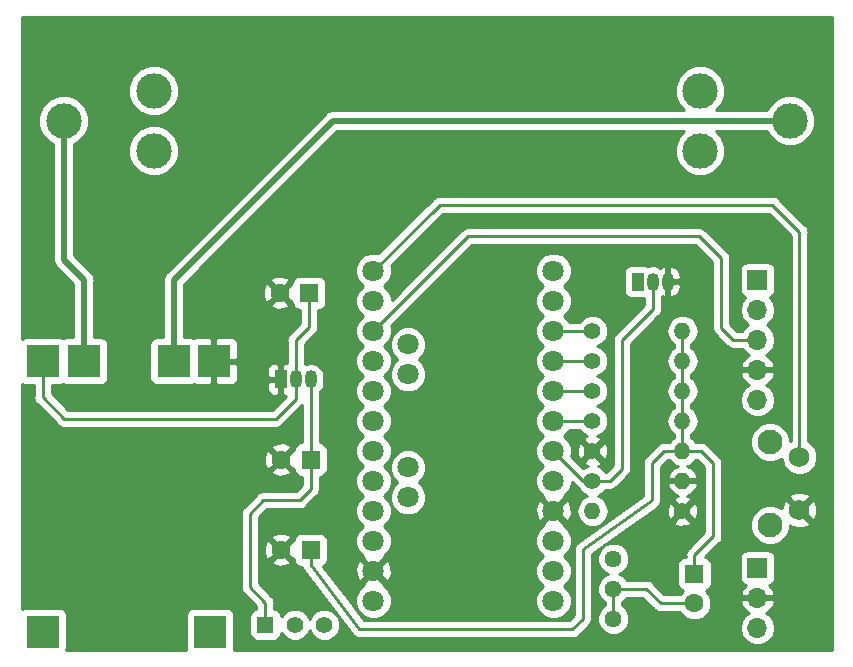
<source format=gbl>
G04 #@! TF.GenerationSoftware,KiCad,Pcbnew,(5.0.2)-1*
G04 #@! TF.CreationDate,2019-04-14T17:31:43+02:00*
G04 #@! TF.ProjectId,APRS-Tracker_ArduinoProMini,41505253-2d54-4726-9163-6b65725f4172,rev?*
G04 #@! TF.SameCoordinates,Original*
G04 #@! TF.FileFunction,Copper,L2,Bot*
G04 #@! TF.FilePolarity,Positive*
%FSLAX46Y46*%
G04 Gerber Fmt 4.6, Leading zero omitted, Abs format (unit mm)*
G04 Created by KiCad (PCBNEW (5.0.2)-1) date 14.04.2019 17:31:43*
%MOMM*%
%LPD*%
G01*
G04 APERTURE LIST*
G04 #@! TA.AperFunction,ComponentPad*
%ADD10C,1.800000*%
G04 #@! TD*
G04 #@! TA.AperFunction,ComponentPad*
%ADD11R,2.800000X2.800000*%
G04 #@! TD*
G04 #@! TA.AperFunction,ComponentPad*
%ADD12R,1.600000X1.600000*%
G04 #@! TD*
G04 #@! TA.AperFunction,ComponentPad*
%ADD13C,1.600000*%
G04 #@! TD*
G04 #@! TA.AperFunction,ComponentPad*
%ADD14R,1.050000X1.500000*%
G04 #@! TD*
G04 #@! TA.AperFunction,ComponentPad*
%ADD15O,1.050000X1.500000*%
G04 #@! TD*
G04 #@! TA.AperFunction,ComponentPad*
%ADD16C,1.400000*%
G04 #@! TD*
G04 #@! TA.AperFunction,ComponentPad*
%ADD17O,1.400000X1.400000*%
G04 #@! TD*
G04 #@! TA.AperFunction,ComponentPad*
%ADD18C,1.440000*%
G04 #@! TD*
G04 #@! TA.AperFunction,ComponentPad*
%ADD19R,1.700000X1.700000*%
G04 #@! TD*
G04 #@! TA.AperFunction,ComponentPad*
%ADD20O,1.700000X1.700000*%
G04 #@! TD*
G04 #@! TA.AperFunction,ComponentPad*
%ADD21C,2.100000*%
G04 #@! TD*
G04 #@! TA.AperFunction,ComponentPad*
%ADD22C,1.750000*%
G04 #@! TD*
G04 #@! TA.AperFunction,ComponentPad*
%ADD23R,1.400000X1.400000*%
G04 #@! TD*
G04 #@! TA.AperFunction,ComponentPad*
%ADD24C,3.000000*%
G04 #@! TD*
G04 #@! TA.AperFunction,Conductor*
%ADD25C,0.250000*%
G04 #@! TD*
G04 #@! TA.AperFunction,Conductor*
%ADD26C,0.500000*%
G04 #@! TD*
G04 #@! TA.AperFunction,Conductor*
%ADD27C,0.254000*%
G04 #@! TD*
G04 APERTURE END LIST*
D10*
G04 #@! TO.P,U3,34*
G04 #@! TO.N,N/C*
X103905000Y-134483000D03*
G04 #@! TO.P,U3,33*
X103905000Y-131943000D03*
G04 #@! TO.P,U3,31*
X103905000Y-142357000D03*
G04 #@! TO.P,U3,32*
X103905000Y-144897000D03*
G04 #@! TO.P,U3,13*
G04 #@! TO.N,Net-(SW1-Pad1)*
X100984000Y-125720000D03*
G04 #@! TO.P,U3,14*
G04 #@! TO.N,/RX*
X100984000Y-128260000D03*
G04 #@! TO.P,U3,16*
G04 #@! TO.N,N/C*
X100984000Y-133340000D03*
G04 #@! TO.P,U3,15*
G04 #@! TO.N,/TX*
X100984000Y-130800000D03*
G04 #@! TO.P,U3,19*
G04 #@! TO.N,N/C*
X100984000Y-140960000D03*
G04 #@! TO.P,U3,20*
X100984000Y-143500000D03*
G04 #@! TO.P,U3,18*
X100984000Y-138420000D03*
G04 #@! TO.P,U3,17*
X100984000Y-135880000D03*
G04 #@! TO.P,U3,21*
G04 #@! TO.N,+3V3*
X100984000Y-146040000D03*
G04 #@! TO.P,U3,22*
G04 #@! TO.N,N/C*
X100984000Y-148580000D03*
G04 #@! TO.P,U3,24*
X100984000Y-153660000D03*
G04 #@! TO.P,U3,23*
G04 #@! TO.N,GND*
X100984000Y-151120000D03*
G04 #@! TO.P,U3,2*
G04 #@! TO.N,N/C*
X116224000Y-151120000D03*
G04 #@! TO.P,U3,1*
X116224000Y-153660000D03*
G04 #@! TO.P,U3,3*
X116224000Y-148580000D03*
G04 #@! TO.P,U3,4*
G04 #@! TO.N,GND*
X116224000Y-146040000D03*
G04 #@! TO.P,U3,8*
G04 #@! TO.N,Net-(R5-Pad1)*
X116224000Y-135880000D03*
G04 #@! TO.P,U3,7*
G04 #@! TO.N,Net-(R4-Pad1)*
X116224000Y-138420000D03*
G04 #@! TO.P,U3,5*
G04 #@! TO.N,N/C*
X116224000Y-143500000D03*
G04 #@! TO.P,U3,6*
G04 #@! TO.N,/PTT_IN*
X116224000Y-140960000D03*
G04 #@! TO.P,U3,10*
G04 #@! TO.N,Net-(R7-Pad1)*
X116224000Y-130800000D03*
G04 #@! TO.P,U3,9*
G04 #@! TO.N,Net-(R6-Pad1)*
X116224000Y-133340000D03*
G04 #@! TO.P,U3,11*
G04 #@! TO.N,N/C*
X116224000Y-128260000D03*
G04 #@! TO.P,U3,12*
X116224000Y-125720000D03*
G04 #@! TD*
D11*
G04 #@! TO.P,U1,6*
G04 #@! TO.N,Net-(BT1-Pad2)*
X84066000Y-133378000D03*
G04 #@! TO.P,U1,5*
G04 #@! TO.N,Net-(BT1-Pad1)*
X76466000Y-133378000D03*
G04 #@! TO.P,U1,4*
G04 #@! TO.N,GND*
X87466000Y-133378000D03*
G04 #@! TO.P,U1,3*
G04 #@! TO.N,Net-(C1-Pad1)*
X72966000Y-133378000D03*
G04 #@! TO.P,U1,2*
G04 #@! TO.N,N/C*
X87166000Y-156278000D03*
G04 #@! TO.P,U1,1*
X72966000Y-156278000D03*
G04 #@! TD*
D12*
G04 #@! TO.P,C1,1*
G04 #@! TO.N,Net-(C1-Pad1)*
X95540000Y-127570000D03*
D13*
G04 #@! TO.P,C1,2*
G04 #@! TO.N,GND*
X93040000Y-127570000D03*
G04 #@! TD*
D12*
G04 #@! TO.P,C2,1*
G04 #@! TO.N,Net-(C2-Pad1)*
X128162000Y-151374000D03*
D13*
G04 #@! TO.P,C2,2*
G04 #@! TO.N,Net-(C2-Pad2)*
X128162000Y-153874000D03*
G04 #@! TD*
G04 #@! TO.P,C3,2*
G04 #@! TO.N,GND*
X93160000Y-149330000D03*
D12*
G04 #@! TO.P,C3,1*
G04 #@! TO.N,Net-(C2-Pad1)*
X95660000Y-149330000D03*
G04 #@! TD*
D13*
G04 #@! TO.P,C4,2*
G04 #@! TO.N,GND*
X93160000Y-141700000D03*
D12*
G04 #@! TO.P,C4,1*
G04 #@! TO.N,Net-(C4-Pad1)*
X95660000Y-141700000D03*
G04 #@! TD*
D14*
G04 #@! TO.P,Q1,1*
G04 #@! TO.N,/PTT*
X123340000Y-126630000D03*
D15*
G04 #@! TO.P,Q1,3*
G04 #@! TO.N,GND*
X125880000Y-126630000D03*
G04 #@! TO.P,Q1,2*
G04 #@! TO.N,/PTT_IN*
X124610000Y-126630000D03*
G04 #@! TD*
D16*
G04 #@! TO.P,R1,1*
G04 #@! TO.N,GND*
X127146000Y-146040000D03*
D17*
G04 #@! TO.P,R1,2*
G04 #@! TO.N,/MIC_ANALOG_OUT*
X119526000Y-146040000D03*
G04 #@! TD*
D16*
G04 #@! TO.P,R2,1*
G04 #@! TO.N,/PTT_IN*
X119526000Y-143500000D03*
D17*
G04 #@! TO.P,R2,2*
G04 #@! TO.N,GND*
X127146000Y-143500000D03*
G04 #@! TD*
G04 #@! TO.P,R3,2*
G04 #@! TO.N,Net-(C2-Pad1)*
X127146000Y-140960000D03*
D16*
G04 #@! TO.P,R3,1*
G04 #@! TO.N,GND*
X119526000Y-140960000D03*
G04 #@! TD*
G04 #@! TO.P,R4,1*
G04 #@! TO.N,Net-(R4-Pad1)*
X119526000Y-138420000D03*
D17*
G04 #@! TO.P,R4,2*
G04 #@! TO.N,Net-(C2-Pad1)*
X127146000Y-138420000D03*
G04 #@! TD*
G04 #@! TO.P,R5,2*
G04 #@! TO.N,Net-(C2-Pad1)*
X127146000Y-135880000D03*
D16*
G04 #@! TO.P,R5,1*
G04 #@! TO.N,Net-(R5-Pad1)*
X119526000Y-135880000D03*
G04 #@! TD*
G04 #@! TO.P,R6,1*
G04 #@! TO.N,Net-(R6-Pad1)*
X119526000Y-133340000D03*
D17*
G04 #@! TO.P,R6,2*
G04 #@! TO.N,Net-(C2-Pad1)*
X127146000Y-133340000D03*
G04 #@! TD*
G04 #@! TO.P,R7,2*
G04 #@! TO.N,Net-(C2-Pad1)*
X127146000Y-130800000D03*
D16*
G04 #@! TO.P,R7,1*
G04 #@! TO.N,Net-(R7-Pad1)*
X119526000Y-130800000D03*
G04 #@! TD*
D18*
G04 #@! TO.P,RV1,1*
G04 #@! TO.N,Net-(C2-Pad2)*
X121304000Y-155184000D03*
G04 #@! TO.P,RV1,2*
X121304000Y-152644000D03*
G04 #@! TO.P,RV1,3*
G04 #@! TO.N,/MIC_ANALOG_OUT*
X121304000Y-150104000D03*
G04 #@! TD*
D15*
G04 #@! TO.P,U2,2*
G04 #@! TO.N,Net-(C1-Pad1)*
X94390000Y-134900000D03*
G04 #@! TO.P,U2,3*
G04 #@! TO.N,Net-(C4-Pad1)*
X95660000Y-134900000D03*
D14*
G04 #@! TO.P,U2,1*
G04 #@! TO.N,GND*
X93120000Y-134900000D03*
G04 #@! TD*
D19*
G04 #@! TO.P,J1,1*
G04 #@! TO.N,/PTT*
X133496000Y-150866000D03*
D20*
G04 #@! TO.P,J1,2*
G04 #@! TO.N,GND*
X133496000Y-153406000D03*
G04 #@! TO.P,J1,3*
G04 #@! TO.N,/MIC_ANALOG_OUT*
X133496000Y-155946000D03*
G04 #@! TD*
D19*
G04 #@! TO.P,J2,1*
G04 #@! TO.N,N/C*
X133496000Y-126482000D03*
D20*
G04 #@! TO.P,J2,2*
G04 #@! TO.N,/RX*
X133496000Y-129022000D03*
G04 #@! TO.P,J2,3*
G04 #@! TO.N,/TX*
X133496000Y-131562000D03*
G04 #@! TO.P,J2,4*
G04 #@! TO.N,GND*
X133496000Y-134102000D03*
G04 #@! TO.P,J2,5*
G04 #@! TO.N,+3V3*
X133496000Y-136642000D03*
G04 #@! TD*
D21*
G04 #@! TO.P,SW1,*
G04 #@! TO.N,*
X134562000Y-147228000D03*
D22*
G04 #@! TO.P,SW1,2*
G04 #@! TO.N,GND*
X137052000Y-145968000D03*
G04 #@! TO.P,SW1,1*
G04 #@! TO.N,Net-(SW1-Pad1)*
X137052000Y-141468000D03*
D21*
G04 #@! TO.P,SW1,*
G04 #@! TO.N,*
X134562000Y-140218000D03*
G04 #@! TD*
D23*
G04 #@! TO.P,SW2,1*
G04 #@! TO.N,Net-(C4-Pad1)*
X91830000Y-155691000D03*
D16*
G04 #@! TO.P,SW2,2*
G04 #@! TO.N,+3V3*
X94330000Y-155691000D03*
G04 #@! TO.P,SW2,3*
G04 #@! TO.N,N/C*
X96830000Y-155691000D03*
G04 #@! TD*
D24*
G04 #@! TO.P,BT1,1*
G04 #@! TO.N,Net-(BT1-Pad1)*
X74750000Y-113000000D03*
G04 #@! TO.P,BT1,4*
G04 #@! TO.N,N/C*
X82370000Y-115540000D03*
G04 #@! TO.P,BT1,3*
X82370000Y-110460000D03*
G04 #@! TO.P,BT1,6*
X128630000Y-115540000D03*
G04 #@! TO.P,BT1,5*
X128630000Y-110460000D03*
G04 #@! TO.P,BT1,2*
G04 #@! TO.N,Net-(BT1-Pad2)*
X136250000Y-113000000D03*
G04 #@! TD*
D25*
G04 #@! TO.N,Net-(C1-Pad1)*
X94390000Y-133900000D02*
X94390000Y-134900000D01*
X94390000Y-131593800D02*
X94390000Y-133900000D01*
X95540000Y-127570000D02*
X95540000Y-130443800D01*
X95540000Y-130443800D02*
X94390000Y-131593800D01*
X94390000Y-136546800D02*
X94390000Y-134900000D01*
X92710000Y-138226800D02*
X94390000Y-136546800D01*
X74777600Y-138226800D02*
X92710000Y-138226800D01*
X72966000Y-133378000D02*
X72966000Y-136415200D01*
X72966000Y-136415200D02*
X74777600Y-138226800D01*
G04 #@! TO.N,/PTT_IN*
X118764000Y-143500000D02*
X119526000Y-143500000D01*
X116224000Y-140960000D02*
X118764000Y-143500000D01*
X121000000Y-143500000D02*
X119526000Y-143500000D01*
X122000000Y-142500000D02*
X121000000Y-143500000D01*
X122000000Y-131580000D02*
X122000000Y-142500000D01*
X124610000Y-126630000D02*
X124610000Y-128970000D01*
X124610000Y-128970000D02*
X122000000Y-131580000D01*
G04 #@! TO.N,/TX*
X109014000Y-122770000D02*
X100984000Y-130800000D01*
X128535800Y-122770000D02*
X109014000Y-122770000D01*
X130429000Y-124663200D02*
X128535800Y-122770000D01*
X130429000Y-130530600D02*
X130429000Y-124663200D01*
X133496000Y-131562000D02*
X131460400Y-131562000D01*
X131460400Y-131562000D02*
X130429000Y-130530600D01*
G04 #@! TO.N,Net-(R4-Pad1)*
X116224000Y-138420000D02*
X119526000Y-138420000D01*
G04 #@! TO.N,Net-(R5-Pad1)*
X119526000Y-135880000D02*
X116224000Y-135880000D01*
G04 #@! TO.N,Net-(R6-Pad1)*
X119526000Y-133340000D02*
X116224000Y-133340000D01*
G04 #@! TO.N,Net-(R7-Pad1)*
X119526000Y-130800000D02*
X116224000Y-130800000D01*
G04 #@! TO.N,Net-(SW1-Pad1)*
X137052000Y-122418000D02*
X137052000Y-141468000D01*
X134764000Y-120130000D02*
X137052000Y-122418000D01*
X100984000Y-125720000D02*
X106574000Y-120130000D01*
X106574000Y-120130000D02*
X134764000Y-120130000D01*
D26*
G04 #@! TO.N,Net-(BT1-Pad1)*
X76466000Y-126504000D02*
X76466000Y-133378000D01*
X74750000Y-113000000D02*
X74750000Y-124788000D01*
X74750000Y-124788000D02*
X76466000Y-126504000D01*
G04 #@! TO.N,Net-(BT1-Pad2)*
X84066000Y-126500000D02*
X84066000Y-133378000D01*
X136250000Y-113000000D02*
X97566000Y-113000000D01*
X97566000Y-113000000D02*
X84066000Y-126500000D01*
D25*
G04 #@! TO.N,Net-(C2-Pad1)*
X127146000Y-140960000D02*
X127146000Y-130800000D01*
X128710000Y-140960000D02*
X127146000Y-140960000D01*
X129750000Y-142000000D02*
X128710000Y-140960000D01*
X129750000Y-148180000D02*
X129750000Y-142000000D01*
X128162000Y-151374000D02*
X128162000Y-149768000D01*
X128162000Y-149768000D02*
X129750000Y-148180000D01*
X95660000Y-150600000D02*
X95660000Y-149330000D01*
X99790000Y-156050000D02*
X95660000Y-150600000D01*
X117830000Y-156050000D02*
X99790000Y-156050000D01*
X125579098Y-140960000D02*
X124549098Y-141990000D01*
X127146000Y-140960000D02*
X125579098Y-140960000D01*
X124549098Y-141990000D02*
X124549098Y-145165000D01*
X124549098Y-145165000D02*
X118720000Y-149280000D01*
X118720000Y-149280000D02*
X118720000Y-155160000D01*
X118720000Y-155160000D02*
X117830000Y-156050000D01*
G04 #@! TO.N,Net-(C2-Pad2)*
X121304000Y-152644000D02*
X121304000Y-155184000D01*
X124072600Y-152644000D02*
X121304000Y-152644000D01*
X128162000Y-153874000D02*
X125302600Y-153874000D01*
X125302600Y-153874000D02*
X124072600Y-152644000D01*
G04 #@! TO.N,Net-(C4-Pad1)*
X95660000Y-134900000D02*
X95660000Y-141700000D01*
X91830000Y-153820000D02*
X90500000Y-152490000D01*
X91830000Y-155691000D02*
X91830000Y-153820000D01*
X90500000Y-152490000D02*
X90500000Y-146290000D01*
X90500000Y-146290000D02*
X91640000Y-145150000D01*
X95660000Y-144210000D02*
X95660000Y-141700000D01*
X91640000Y-145150000D02*
X94720000Y-145150000D01*
X94720000Y-145150000D02*
X95660000Y-144210000D01*
G04 #@! TD*
D27*
G04 #@! TO.N,GND*
G36*
X139790000Y-157790000D02*
X89191162Y-157790000D01*
X89213440Y-157678000D01*
X89213440Y-154878000D01*
X89164157Y-154630235D01*
X89023809Y-154420191D01*
X88813765Y-154279843D01*
X88566000Y-154230560D01*
X85766000Y-154230560D01*
X85518235Y-154279843D01*
X85308191Y-154420191D01*
X85167843Y-154630235D01*
X85118560Y-154878000D01*
X85118560Y-157678000D01*
X85140838Y-157790000D01*
X74991162Y-157790000D01*
X75013440Y-157678000D01*
X75013440Y-154878000D01*
X74964157Y-154630235D01*
X74823809Y-154420191D01*
X74613765Y-154279843D01*
X74366000Y-154230560D01*
X71566000Y-154230560D01*
X71318235Y-154279843D01*
X71210000Y-154352164D01*
X71210000Y-142707745D01*
X92331861Y-142707745D01*
X92405995Y-142953864D01*
X92943223Y-143146965D01*
X93513454Y-143119778D01*
X93914005Y-142953864D01*
X93988139Y-142707745D01*
X93160000Y-141879605D01*
X92331861Y-142707745D01*
X71210000Y-142707745D01*
X71210000Y-141483223D01*
X91713035Y-141483223D01*
X91740222Y-142053454D01*
X91906136Y-142454005D01*
X92152255Y-142528139D01*
X92980395Y-141700000D01*
X92152255Y-140871861D01*
X91906136Y-140945995D01*
X91713035Y-141483223D01*
X71210000Y-141483223D01*
X71210000Y-140692255D01*
X92331861Y-140692255D01*
X93160000Y-141520395D01*
X93988139Y-140692255D01*
X93914005Y-140446136D01*
X93376777Y-140253035D01*
X92806546Y-140280222D01*
X92405995Y-140446136D01*
X92331861Y-140692255D01*
X71210000Y-140692255D01*
X71210000Y-135303836D01*
X71318235Y-135376157D01*
X71566000Y-135425440D01*
X72206001Y-135425440D01*
X72206001Y-136340348D01*
X72191112Y-136415200D01*
X72250097Y-136711737D01*
X72365868Y-136885000D01*
X72418072Y-136963129D01*
X72481528Y-137005529D01*
X74187273Y-138711276D01*
X74229671Y-138774729D01*
X74293124Y-138817127D01*
X74293126Y-138817129D01*
X74418502Y-138900902D01*
X74481063Y-138942704D01*
X74702748Y-138986800D01*
X74702752Y-138986800D01*
X74777599Y-139001688D01*
X74852446Y-138986800D01*
X92635153Y-138986800D01*
X92710000Y-139001688D01*
X92784847Y-138986800D01*
X92784852Y-138986800D01*
X93006537Y-138942704D01*
X93257929Y-138774729D01*
X93300331Y-138711270D01*
X94874473Y-137137129D01*
X94900000Y-137120072D01*
X94900001Y-140252560D01*
X94860000Y-140252560D01*
X94612235Y-140301843D01*
X94402191Y-140442191D01*
X94261843Y-140652235D01*
X94215307Y-140886187D01*
X94167745Y-140871861D01*
X93339605Y-141700000D01*
X94167745Y-142528139D01*
X94215307Y-142513813D01*
X94261843Y-142747765D01*
X94402191Y-142957809D01*
X94612235Y-143098157D01*
X94860000Y-143147440D01*
X94900000Y-143147440D01*
X94900000Y-143895198D01*
X94405199Y-144390000D01*
X91714846Y-144390000D01*
X91639999Y-144375112D01*
X91565152Y-144390000D01*
X91565148Y-144390000D01*
X91343463Y-144434096D01*
X91343461Y-144434097D01*
X91343462Y-144434097D01*
X91155526Y-144559671D01*
X91155524Y-144559673D01*
X91092071Y-144602071D01*
X91049673Y-144665525D01*
X90015527Y-145699671D01*
X89952072Y-145742071D01*
X89909672Y-145805527D01*
X89909671Y-145805528D01*
X89784097Y-145993463D01*
X89725112Y-146290000D01*
X89740001Y-146364852D01*
X89740000Y-152415153D01*
X89725112Y-152490000D01*
X89740000Y-152564847D01*
X89740000Y-152564851D01*
X89784096Y-152786536D01*
X89952071Y-153037929D01*
X90015530Y-153080331D01*
X91070001Y-154134803D01*
X91070001Y-154355494D01*
X90882235Y-154392843D01*
X90672191Y-154533191D01*
X90531843Y-154743235D01*
X90482560Y-154991000D01*
X90482560Y-156391000D01*
X90531843Y-156638765D01*
X90672191Y-156848809D01*
X90882235Y-156989157D01*
X91130000Y-157038440D01*
X92530000Y-157038440D01*
X92777765Y-156989157D01*
X92987809Y-156848809D01*
X93128157Y-156638765D01*
X93176634Y-156395051D01*
X93198242Y-156447217D01*
X93573783Y-156822758D01*
X94064452Y-157026000D01*
X94595548Y-157026000D01*
X95086217Y-156822758D01*
X95461758Y-156447217D01*
X95580000Y-156161756D01*
X95698242Y-156447217D01*
X96073783Y-156822758D01*
X96564452Y-157026000D01*
X97095548Y-157026000D01*
X97586217Y-156822758D01*
X97961758Y-156447217D01*
X98165000Y-155956548D01*
X98165000Y-155425452D01*
X97961758Y-154934783D01*
X97586217Y-154559242D01*
X97095548Y-154356000D01*
X96564452Y-154356000D01*
X96073783Y-154559242D01*
X95698242Y-154934783D01*
X95580000Y-155220244D01*
X95461758Y-154934783D01*
X95086217Y-154559242D01*
X94595548Y-154356000D01*
X94064452Y-154356000D01*
X93573783Y-154559242D01*
X93198242Y-154934783D01*
X93176634Y-154986949D01*
X93128157Y-154743235D01*
X92987809Y-154533191D01*
X92777765Y-154392843D01*
X92590000Y-154355495D01*
X92590000Y-153894846D01*
X92604888Y-153819999D01*
X92590000Y-153745152D01*
X92590000Y-153745148D01*
X92545904Y-153523463D01*
X92377929Y-153272071D01*
X92314473Y-153229671D01*
X91260000Y-152175199D01*
X91260000Y-150337745D01*
X92331861Y-150337745D01*
X92405995Y-150583864D01*
X92943223Y-150776965D01*
X93513454Y-150749778D01*
X93914005Y-150583864D01*
X93988139Y-150337745D01*
X93160000Y-149509605D01*
X92331861Y-150337745D01*
X91260000Y-150337745D01*
X91260000Y-149113223D01*
X91713035Y-149113223D01*
X91740222Y-149683454D01*
X91906136Y-150084005D01*
X92152255Y-150158139D01*
X92980395Y-149330000D01*
X93339605Y-149330000D01*
X94167745Y-150158139D01*
X94215307Y-150143813D01*
X94261843Y-150377765D01*
X94402191Y-150587809D01*
X94612235Y-150728157D01*
X94860000Y-150777440D01*
X94909214Y-150777440D01*
X94910321Y-150796042D01*
X94933669Y-150844115D01*
X94944096Y-150896536D01*
X94999133Y-150978905D01*
X95009067Y-150999359D01*
X95040631Y-151041012D01*
X95112071Y-151147929D01*
X95131481Y-151160899D01*
X99170639Y-156491024D01*
X99242071Y-156597929D01*
X99324434Y-156652962D01*
X99398519Y-156718727D01*
X99449025Y-156736212D01*
X99493463Y-156765904D01*
X99590620Y-156785230D01*
X99684229Y-156817636D01*
X99812579Y-156810000D01*
X117755153Y-156810000D01*
X117830000Y-156824888D01*
X117904847Y-156810000D01*
X117904852Y-156810000D01*
X118126537Y-156765904D01*
X118377929Y-156597929D01*
X118420331Y-156534470D01*
X119204473Y-155750329D01*
X119267929Y-155707929D01*
X119435904Y-155456537D01*
X119480000Y-155234852D01*
X119480000Y-155234848D01*
X119494888Y-155160001D01*
X119480000Y-155085154D01*
X119480000Y-149673779D01*
X123302563Y-146975275D01*
X126390331Y-146975275D01*
X126452169Y-147211042D01*
X126953122Y-147387419D01*
X127483440Y-147358664D01*
X127839831Y-147211042D01*
X127901669Y-146975275D01*
X127146000Y-146219605D01*
X126390331Y-146975275D01*
X123302563Y-146975275D01*
X124900648Y-145847122D01*
X125798581Y-145847122D01*
X125827336Y-146377440D01*
X125974958Y-146733831D01*
X126210725Y-146795669D01*
X126966395Y-146040000D01*
X127325605Y-146040000D01*
X128081275Y-146795669D01*
X128317042Y-146733831D01*
X128493419Y-146232878D01*
X128464664Y-145702560D01*
X128317042Y-145346169D01*
X128081275Y-145284331D01*
X127325605Y-146040000D01*
X126966395Y-146040000D01*
X126210725Y-145284331D01*
X125974958Y-145346169D01*
X125798581Y-145847122D01*
X124900648Y-145847122D01*
X124979468Y-145791480D01*
X125097027Y-145712929D01*
X125144888Y-145641300D01*
X125204225Y-145578838D01*
X125228076Y-145516800D01*
X125265002Y-145461537D01*
X125281810Y-145377038D01*
X125312724Y-145296630D01*
X125309098Y-145155308D01*
X125309098Y-143833329D01*
X125853284Y-143833329D01*
X125996203Y-144178396D01*
X126343337Y-144566764D01*
X126731062Y-144753437D01*
X126452169Y-144868958D01*
X126390331Y-145104725D01*
X127146000Y-145860395D01*
X127901669Y-145104725D01*
X127839831Y-144868958D01*
X127540150Y-144763445D01*
X127948663Y-144566764D01*
X128295797Y-144178396D01*
X128438716Y-143833329D01*
X128315374Y-143627000D01*
X127273000Y-143627000D01*
X127273000Y-143647000D01*
X127019000Y-143647000D01*
X127019000Y-143627000D01*
X125976626Y-143627000D01*
X125853284Y-143833329D01*
X125309098Y-143833329D01*
X125309098Y-142304801D01*
X125893900Y-141720000D01*
X126048226Y-141720000D01*
X126183519Y-141922481D01*
X126625109Y-142217542D01*
X126742741Y-142240940D01*
X126343337Y-142433236D01*
X125996203Y-142821604D01*
X125853284Y-143166671D01*
X125976626Y-143373000D01*
X127019000Y-143373000D01*
X127019000Y-143353000D01*
X127273000Y-143353000D01*
X127273000Y-143373000D01*
X128315374Y-143373000D01*
X128438716Y-143166671D01*
X128295797Y-142821604D01*
X127948663Y-142433236D01*
X127549259Y-142240940D01*
X127666891Y-142217542D01*
X128108481Y-141922481D01*
X128243774Y-141720000D01*
X128395199Y-141720000D01*
X128990001Y-142314803D01*
X128990000Y-147865198D01*
X127677528Y-149177671D01*
X127614072Y-149220071D01*
X127571672Y-149283527D01*
X127571671Y-149283528D01*
X127446097Y-149471463D01*
X127387112Y-149768000D01*
X127402001Y-149842851D01*
X127402001Y-149926560D01*
X127362000Y-149926560D01*
X127114235Y-149975843D01*
X126904191Y-150116191D01*
X126763843Y-150326235D01*
X126714560Y-150574000D01*
X126714560Y-152174000D01*
X126763843Y-152421765D01*
X126904191Y-152631809D01*
X127114235Y-152772157D01*
X127214503Y-152792101D01*
X126945466Y-153061138D01*
X126923570Y-153114000D01*
X125617402Y-153114000D01*
X124662931Y-152159530D01*
X124620529Y-152096071D01*
X124369137Y-151928096D01*
X124147452Y-151884000D01*
X124147447Y-151884000D01*
X124072600Y-151869112D01*
X123997753Y-151884000D01*
X122455840Y-151884000D01*
X122452714Y-151876454D01*
X122071546Y-151495286D01*
X121778735Y-151374000D01*
X122071546Y-151252714D01*
X122452714Y-150871546D01*
X122659000Y-150373526D01*
X122659000Y-149834474D01*
X122452714Y-149336454D01*
X122071546Y-148955286D01*
X121573526Y-148749000D01*
X121034474Y-148749000D01*
X120536454Y-148955286D01*
X120155286Y-149336454D01*
X119949000Y-149834474D01*
X119949000Y-150373526D01*
X120155286Y-150871546D01*
X120536454Y-151252714D01*
X120829265Y-151374000D01*
X120536454Y-151495286D01*
X120155286Y-151876454D01*
X119949000Y-152374474D01*
X119949000Y-152913526D01*
X120155286Y-153411546D01*
X120536454Y-153792714D01*
X120544000Y-153795840D01*
X120544001Y-154032160D01*
X120536454Y-154035286D01*
X120155286Y-154416454D01*
X119949000Y-154914474D01*
X119949000Y-155453526D01*
X120155286Y-155951546D01*
X120536454Y-156332714D01*
X121034474Y-156539000D01*
X121573526Y-156539000D01*
X122071546Y-156332714D01*
X122452714Y-155951546D01*
X122455011Y-155946000D01*
X131981908Y-155946000D01*
X132097161Y-156525418D01*
X132425375Y-157016625D01*
X132916582Y-157344839D01*
X133349744Y-157431000D01*
X133642256Y-157431000D01*
X134075418Y-157344839D01*
X134566625Y-157016625D01*
X134894839Y-156525418D01*
X135010092Y-155946000D01*
X134894839Y-155366582D01*
X134566625Y-154875375D01*
X134247522Y-154662157D01*
X134377358Y-154601183D01*
X134767645Y-154172924D01*
X134937476Y-153762890D01*
X134816155Y-153533000D01*
X133623000Y-153533000D01*
X133623000Y-153553000D01*
X133369000Y-153553000D01*
X133369000Y-153533000D01*
X132175845Y-153533000D01*
X132054524Y-153762890D01*
X132224355Y-154172924D01*
X132614642Y-154601183D01*
X132744478Y-154662157D01*
X132425375Y-154875375D01*
X132097161Y-155366582D01*
X131981908Y-155946000D01*
X122455011Y-155946000D01*
X122659000Y-155453526D01*
X122659000Y-154914474D01*
X122452714Y-154416454D01*
X122071546Y-154035286D01*
X122064000Y-154032160D01*
X122064000Y-153795840D01*
X122071546Y-153792714D01*
X122452714Y-153411546D01*
X122455840Y-153404000D01*
X123757799Y-153404000D01*
X124712271Y-154358473D01*
X124754671Y-154421929D01*
X124818127Y-154464329D01*
X125006062Y-154589904D01*
X125031119Y-154594888D01*
X125227748Y-154634000D01*
X125227752Y-154634000D01*
X125302600Y-154648888D01*
X125377448Y-154634000D01*
X126923570Y-154634000D01*
X126945466Y-154686862D01*
X127349138Y-155090534D01*
X127876561Y-155309000D01*
X128447439Y-155309000D01*
X128974862Y-155090534D01*
X129378534Y-154686862D01*
X129597000Y-154159439D01*
X129597000Y-153588561D01*
X129378534Y-153061138D01*
X129109497Y-152792101D01*
X129209765Y-152772157D01*
X129419809Y-152631809D01*
X129560157Y-152421765D01*
X129609440Y-152174000D01*
X129609440Y-150574000D01*
X129560157Y-150326235D01*
X129419809Y-150116191D01*
X129269864Y-150016000D01*
X131998560Y-150016000D01*
X131998560Y-151716000D01*
X132047843Y-151963765D01*
X132188191Y-152173809D01*
X132398235Y-152314157D01*
X132501708Y-152334739D01*
X132224355Y-152639076D01*
X132054524Y-153049110D01*
X132175845Y-153279000D01*
X133369000Y-153279000D01*
X133369000Y-153259000D01*
X133623000Y-153259000D01*
X133623000Y-153279000D01*
X134816155Y-153279000D01*
X134937476Y-153049110D01*
X134767645Y-152639076D01*
X134490292Y-152334739D01*
X134593765Y-152314157D01*
X134803809Y-152173809D01*
X134944157Y-151963765D01*
X134993440Y-151716000D01*
X134993440Y-150016000D01*
X134944157Y-149768235D01*
X134803809Y-149558191D01*
X134593765Y-149417843D01*
X134346000Y-149368560D01*
X132646000Y-149368560D01*
X132398235Y-149417843D01*
X132188191Y-149558191D01*
X132047843Y-149768235D01*
X131998560Y-150016000D01*
X129269864Y-150016000D01*
X129209765Y-149975843D01*
X129058956Y-149945845D01*
X130234473Y-148770329D01*
X130297929Y-148727929D01*
X130465904Y-148476537D01*
X130510000Y-148254852D01*
X130510000Y-148254848D01*
X130524888Y-148180001D01*
X130510000Y-148105154D01*
X130510000Y-146892833D01*
X132877000Y-146892833D01*
X132877000Y-147563167D01*
X133133526Y-148182476D01*
X133607524Y-148656474D01*
X134226833Y-148913000D01*
X134897167Y-148913000D01*
X135516476Y-148656474D01*
X135990474Y-148182476D01*
X136247000Y-147563167D01*
X136247000Y-147266027D01*
X136252884Y-147283953D01*
X136817306Y-147489590D01*
X137417458Y-147463579D01*
X137851116Y-147283953D01*
X137934455Y-147030060D01*
X137052000Y-146147605D01*
X137037858Y-146161748D01*
X136858253Y-145982143D01*
X136872395Y-145968000D01*
X137231605Y-145968000D01*
X138114060Y-146850455D01*
X138367953Y-146767116D01*
X138573590Y-146202694D01*
X138547579Y-145602542D01*
X138367953Y-145168884D01*
X138114060Y-145085545D01*
X137231605Y-145968000D01*
X136872395Y-145968000D01*
X135989940Y-145085545D01*
X135736047Y-145168884D01*
X135530410Y-145733306D01*
X135534041Y-145817091D01*
X135516476Y-145799526D01*
X134897167Y-145543000D01*
X134226833Y-145543000D01*
X133607524Y-145799526D01*
X133133526Y-146273524D01*
X132877000Y-146892833D01*
X130510000Y-146892833D01*
X130510000Y-144905940D01*
X136169545Y-144905940D01*
X137052000Y-145788395D01*
X137934455Y-144905940D01*
X137851116Y-144652047D01*
X137286694Y-144446410D01*
X136686542Y-144472421D01*
X136252884Y-144652047D01*
X136169545Y-144905940D01*
X130510000Y-144905940D01*
X130510000Y-142074846D01*
X130524888Y-141999999D01*
X130510000Y-141925152D01*
X130510000Y-141925148D01*
X130465904Y-141703463D01*
X130297929Y-141452071D01*
X130234473Y-141409671D01*
X129300331Y-140475530D01*
X129257929Y-140412071D01*
X129006537Y-140244096D01*
X128784852Y-140200000D01*
X128784847Y-140200000D01*
X128710000Y-140185112D01*
X128635153Y-140200000D01*
X128243774Y-140200000D01*
X128108481Y-139997519D01*
X127906000Y-139862226D01*
X127906000Y-139517774D01*
X128108481Y-139382481D01*
X128403542Y-138940891D01*
X128507154Y-138420000D01*
X128403542Y-137899109D01*
X128108481Y-137457519D01*
X127906000Y-137322226D01*
X127906000Y-136977774D01*
X128108481Y-136842481D01*
X128242438Y-136642000D01*
X131981908Y-136642000D01*
X132097161Y-137221418D01*
X132425375Y-137712625D01*
X132916582Y-138040839D01*
X133349744Y-138127000D01*
X133642256Y-138127000D01*
X134075418Y-138040839D01*
X134566625Y-137712625D01*
X134894839Y-137221418D01*
X135010092Y-136642000D01*
X134894839Y-136062582D01*
X134566625Y-135571375D01*
X134247522Y-135358157D01*
X134377358Y-135297183D01*
X134767645Y-134868924D01*
X134937476Y-134458890D01*
X134816155Y-134229000D01*
X133623000Y-134229000D01*
X133623000Y-134249000D01*
X133369000Y-134249000D01*
X133369000Y-134229000D01*
X132175845Y-134229000D01*
X132054524Y-134458890D01*
X132224355Y-134868924D01*
X132614642Y-135297183D01*
X132744478Y-135358157D01*
X132425375Y-135571375D01*
X132097161Y-136062582D01*
X131981908Y-136642000D01*
X128242438Y-136642000D01*
X128403542Y-136400891D01*
X128507154Y-135880000D01*
X128403542Y-135359109D01*
X128108481Y-134917519D01*
X127906000Y-134782226D01*
X127906000Y-134437774D01*
X128108481Y-134302481D01*
X128403542Y-133860891D01*
X128507154Y-133340000D01*
X128403542Y-132819109D01*
X128108481Y-132377519D01*
X127906000Y-132242226D01*
X127906000Y-131897774D01*
X128108481Y-131762481D01*
X128403542Y-131320891D01*
X128507154Y-130800000D01*
X128403542Y-130279109D01*
X128108481Y-129837519D01*
X127666891Y-129542458D01*
X127277485Y-129465000D01*
X127014515Y-129465000D01*
X126625109Y-129542458D01*
X126183519Y-129837519D01*
X125888458Y-130279109D01*
X125784846Y-130800000D01*
X125888458Y-131320891D01*
X126183519Y-131762481D01*
X126386001Y-131897775D01*
X126386001Y-132242225D01*
X126183519Y-132377519D01*
X125888458Y-132819109D01*
X125784846Y-133340000D01*
X125888458Y-133860891D01*
X126183519Y-134302481D01*
X126386001Y-134437775D01*
X126386001Y-134782225D01*
X126183519Y-134917519D01*
X125888458Y-135359109D01*
X125784846Y-135880000D01*
X125888458Y-136400891D01*
X126183519Y-136842481D01*
X126386000Y-136977775D01*
X126386000Y-137322225D01*
X126183519Y-137457519D01*
X125888458Y-137899109D01*
X125784846Y-138420000D01*
X125888458Y-138940891D01*
X126183519Y-139382481D01*
X126386000Y-139517775D01*
X126386000Y-139862225D01*
X126183519Y-139997519D01*
X126048226Y-140200000D01*
X125653945Y-140200000D01*
X125579098Y-140185112D01*
X125504251Y-140200000D01*
X125504246Y-140200000D01*
X125282561Y-140244096D01*
X125031169Y-140412071D01*
X124988769Y-140475527D01*
X124064628Y-141399669D01*
X124001169Y-141442071D01*
X123833194Y-141693464D01*
X123789098Y-141915149D01*
X123789098Y-141915153D01*
X123774210Y-141990000D01*
X123789098Y-142064847D01*
X123789099Y-144771220D01*
X118289656Y-148653503D01*
X118172071Y-148732071D01*
X118124207Y-148803704D01*
X118064873Y-148866164D01*
X118041023Y-148928199D01*
X118004096Y-148983464D01*
X117987288Y-149067965D01*
X117956374Y-149148372D01*
X117960000Y-149289694D01*
X117960001Y-154845197D01*
X117515199Y-155290000D01*
X100167641Y-155290000D01*
X98701052Y-153354670D01*
X99449000Y-153354670D01*
X99449000Y-153965330D01*
X99682690Y-154529507D01*
X100114493Y-154961310D01*
X100678670Y-155195000D01*
X101289330Y-155195000D01*
X101853507Y-154961310D01*
X102285310Y-154529507D01*
X102519000Y-153965330D01*
X102519000Y-153354670D01*
X102285310Y-152790493D01*
X101853507Y-152358690D01*
X101833885Y-152350562D01*
X101884554Y-152200159D01*
X100984000Y-151299605D01*
X100083446Y-152200159D01*
X100134115Y-152350562D01*
X100114493Y-152358690D01*
X99682690Y-152790493D01*
X99449000Y-153354670D01*
X98701052Y-153354670D01*
X96825247Y-150879336D01*
X99437542Y-150879336D01*
X99463161Y-151489460D01*
X99647357Y-151934148D01*
X99903841Y-152020554D01*
X100804395Y-151120000D01*
X101163605Y-151120000D01*
X102064159Y-152020554D01*
X102320643Y-151934148D01*
X102530458Y-151360664D01*
X102504839Y-150750540D01*
X102320643Y-150305852D01*
X102064159Y-150219446D01*
X101163605Y-151120000D01*
X100804395Y-151120000D01*
X99903841Y-150219446D01*
X99647357Y-150305852D01*
X99437542Y-150879336D01*
X96825247Y-150879336D01*
X96709702Y-150726862D01*
X96917809Y-150587809D01*
X97058157Y-150377765D01*
X97107440Y-150130000D01*
X97107440Y-148530000D01*
X97058157Y-148282235D01*
X96917809Y-148072191D01*
X96707765Y-147931843D01*
X96460000Y-147882560D01*
X94860000Y-147882560D01*
X94612235Y-147931843D01*
X94402191Y-148072191D01*
X94261843Y-148282235D01*
X94215307Y-148516187D01*
X94167745Y-148501861D01*
X93339605Y-149330000D01*
X92980395Y-149330000D01*
X92152255Y-148501861D01*
X91906136Y-148575995D01*
X91713035Y-149113223D01*
X91260000Y-149113223D01*
X91260000Y-148322255D01*
X92331861Y-148322255D01*
X93160000Y-149150395D01*
X93988139Y-148322255D01*
X93914005Y-148076136D01*
X93376777Y-147883035D01*
X92806546Y-147910222D01*
X92405995Y-148076136D01*
X92331861Y-148322255D01*
X91260000Y-148322255D01*
X91260000Y-146604801D01*
X91954803Y-145910000D01*
X94645153Y-145910000D01*
X94720000Y-145924888D01*
X94794847Y-145910000D01*
X94794852Y-145910000D01*
X95016537Y-145865904D01*
X95267929Y-145697929D01*
X95310331Y-145634470D01*
X96144473Y-144800329D01*
X96207929Y-144757929D01*
X96266544Y-144670206D01*
X96375904Y-144506538D01*
X96396822Y-144401374D01*
X96420000Y-144284852D01*
X96420000Y-144284848D01*
X96434888Y-144210000D01*
X96420000Y-144135152D01*
X96420000Y-143147440D01*
X96460000Y-143147440D01*
X96707765Y-143098157D01*
X96917809Y-142957809D01*
X97058157Y-142747765D01*
X97107440Y-142500000D01*
X97107440Y-140900000D01*
X97058157Y-140652235D01*
X96917809Y-140442191D01*
X96707765Y-140301843D01*
X96460000Y-140252560D01*
X96420000Y-140252560D01*
X96420000Y-136012304D01*
X96496313Y-135961313D01*
X96752695Y-135577608D01*
X96820000Y-135239245D01*
X96820000Y-134560754D01*
X96752695Y-134222391D01*
X96496313Y-133838687D01*
X96112608Y-133582305D01*
X95660000Y-133492275D01*
X95207391Y-133582305D01*
X95150000Y-133620652D01*
X95150000Y-131908601D01*
X96024473Y-131034129D01*
X96087929Y-130991729D01*
X96255904Y-130740337D01*
X96300000Y-130518652D01*
X96300000Y-130518648D01*
X96314888Y-130443800D01*
X96300000Y-130368952D01*
X96300000Y-129017440D01*
X96340000Y-129017440D01*
X96587765Y-128968157D01*
X96797809Y-128827809D01*
X96938157Y-128617765D01*
X96987440Y-128370000D01*
X96987440Y-126770000D01*
X96938157Y-126522235D01*
X96797809Y-126312191D01*
X96587765Y-126171843D01*
X96340000Y-126122560D01*
X94740000Y-126122560D01*
X94492235Y-126171843D01*
X94282191Y-126312191D01*
X94141843Y-126522235D01*
X94095307Y-126756187D01*
X94047745Y-126741861D01*
X93219605Y-127570000D01*
X94047745Y-128398139D01*
X94095307Y-128383813D01*
X94141843Y-128617765D01*
X94282191Y-128827809D01*
X94492235Y-128968157D01*
X94740000Y-129017440D01*
X94780001Y-129017440D01*
X94780001Y-130128997D01*
X93905530Y-131003469D01*
X93842071Y-131045871D01*
X93674096Y-131297264D01*
X93630000Y-131518949D01*
X93630000Y-131518953D01*
X93615112Y-131593800D01*
X93630000Y-131668647D01*
X93630001Y-133515000D01*
X93405750Y-133515000D01*
X93247000Y-133673750D01*
X93247000Y-134475291D01*
X93230000Y-134560755D01*
X93230000Y-135239246D01*
X93247000Y-135324710D01*
X93247000Y-136126250D01*
X93405750Y-136285000D01*
X93576998Y-136285000D01*
X92395199Y-137466800D01*
X75092403Y-137466800D01*
X73726000Y-136100399D01*
X73726000Y-135425440D01*
X74366000Y-135425440D01*
X74613765Y-135376157D01*
X74716000Y-135307845D01*
X74818235Y-135376157D01*
X75066000Y-135425440D01*
X77866000Y-135425440D01*
X78113765Y-135376157D01*
X78323809Y-135235809D01*
X78464157Y-135025765D01*
X78513440Y-134778000D01*
X78513440Y-131978000D01*
X82018560Y-131978000D01*
X82018560Y-134778000D01*
X82067843Y-135025765D01*
X82208191Y-135235809D01*
X82418235Y-135376157D01*
X82666000Y-135425440D01*
X85466000Y-135425440D01*
X85713765Y-135376157D01*
X85766184Y-135341131D01*
X85939690Y-135413000D01*
X87180250Y-135413000D01*
X87339000Y-135254250D01*
X87339000Y-133505000D01*
X87593000Y-133505000D01*
X87593000Y-135254250D01*
X87751750Y-135413000D01*
X88992310Y-135413000D01*
X89225699Y-135316327D01*
X89356275Y-135185750D01*
X91960000Y-135185750D01*
X91960000Y-135776310D01*
X92056673Y-136009699D01*
X92235302Y-136188327D01*
X92468691Y-136285000D01*
X92834250Y-136285000D01*
X92993000Y-136126250D01*
X92993000Y-135027000D01*
X92118750Y-135027000D01*
X91960000Y-135185750D01*
X89356275Y-135185750D01*
X89404327Y-135137698D01*
X89501000Y-134904309D01*
X89501000Y-134023690D01*
X91960000Y-134023690D01*
X91960000Y-134614250D01*
X92118750Y-134773000D01*
X92993000Y-134773000D01*
X92993000Y-133673750D01*
X92834250Y-133515000D01*
X92468691Y-133515000D01*
X92235302Y-133611673D01*
X92056673Y-133790301D01*
X91960000Y-134023690D01*
X89501000Y-134023690D01*
X89501000Y-133663750D01*
X89342250Y-133505000D01*
X87593000Y-133505000D01*
X87339000Y-133505000D01*
X87319000Y-133505000D01*
X87319000Y-133251000D01*
X87339000Y-133251000D01*
X87339000Y-131501750D01*
X87593000Y-131501750D01*
X87593000Y-133251000D01*
X89342250Y-133251000D01*
X89501000Y-133092250D01*
X89501000Y-131851691D01*
X89404327Y-131618302D01*
X89225699Y-131439673D01*
X88992310Y-131343000D01*
X87751750Y-131343000D01*
X87593000Y-131501750D01*
X87339000Y-131501750D01*
X87180250Y-131343000D01*
X85939690Y-131343000D01*
X85766184Y-131414869D01*
X85713765Y-131379843D01*
X85466000Y-131330560D01*
X84951000Y-131330560D01*
X84951000Y-128577745D01*
X92211861Y-128577745D01*
X92285995Y-128823864D01*
X92823223Y-129016965D01*
X93393454Y-128989778D01*
X93794005Y-128823864D01*
X93868139Y-128577745D01*
X93040000Y-127749605D01*
X92211861Y-128577745D01*
X84951000Y-128577745D01*
X84951000Y-127353223D01*
X91593035Y-127353223D01*
X91620222Y-127923454D01*
X91786136Y-128324005D01*
X92032255Y-128398139D01*
X92860395Y-127570000D01*
X92032255Y-126741861D01*
X91786136Y-126815995D01*
X91593035Y-127353223D01*
X84951000Y-127353223D01*
X84951000Y-126866578D01*
X85255323Y-126562255D01*
X92211861Y-126562255D01*
X93040000Y-127390395D01*
X93868139Y-126562255D01*
X93794005Y-126316136D01*
X93256777Y-126123035D01*
X92686546Y-126150222D01*
X92285995Y-126316136D01*
X92211861Y-126562255D01*
X85255323Y-126562255D01*
X86402908Y-125414670D01*
X99449000Y-125414670D01*
X99449000Y-126025330D01*
X99682690Y-126589507D01*
X100083183Y-126990000D01*
X99682690Y-127390493D01*
X99449000Y-127954670D01*
X99449000Y-128565330D01*
X99682690Y-129129507D01*
X100083183Y-129530000D01*
X99682690Y-129930493D01*
X99449000Y-130494670D01*
X99449000Y-131105330D01*
X99682690Y-131669507D01*
X100083183Y-132070000D01*
X99682690Y-132470493D01*
X99449000Y-133034670D01*
X99449000Y-133645330D01*
X99682690Y-134209507D01*
X100083183Y-134610000D01*
X99682690Y-135010493D01*
X99449000Y-135574670D01*
X99449000Y-136185330D01*
X99682690Y-136749507D01*
X100083183Y-137150000D01*
X99682690Y-137550493D01*
X99449000Y-138114670D01*
X99449000Y-138725330D01*
X99682690Y-139289507D01*
X100083183Y-139690000D01*
X99682690Y-140090493D01*
X99449000Y-140654670D01*
X99449000Y-141265330D01*
X99682690Y-141829507D01*
X100083183Y-142230000D01*
X99682690Y-142630493D01*
X99449000Y-143194670D01*
X99449000Y-143805330D01*
X99682690Y-144369507D01*
X100083183Y-144770000D01*
X99682690Y-145170493D01*
X99449000Y-145734670D01*
X99449000Y-146345330D01*
X99682690Y-146909507D01*
X100083183Y-147310000D01*
X99682690Y-147710493D01*
X99449000Y-148274670D01*
X99449000Y-148885330D01*
X99682690Y-149449507D01*
X100114493Y-149881310D01*
X100134115Y-149889438D01*
X100083446Y-150039841D01*
X100984000Y-150940395D01*
X101884554Y-150039841D01*
X101833885Y-149889438D01*
X101853507Y-149881310D01*
X102285310Y-149449507D01*
X102519000Y-148885330D01*
X102519000Y-148274670D01*
X114689000Y-148274670D01*
X114689000Y-148885330D01*
X114922690Y-149449507D01*
X115323183Y-149850000D01*
X114922690Y-150250493D01*
X114689000Y-150814670D01*
X114689000Y-151425330D01*
X114922690Y-151989507D01*
X115323183Y-152390000D01*
X114922690Y-152790493D01*
X114689000Y-153354670D01*
X114689000Y-153965330D01*
X114922690Y-154529507D01*
X115354493Y-154961310D01*
X115918670Y-155195000D01*
X116529330Y-155195000D01*
X117093507Y-154961310D01*
X117525310Y-154529507D01*
X117759000Y-153965330D01*
X117759000Y-153354670D01*
X117525310Y-152790493D01*
X117124817Y-152390000D01*
X117525310Y-151989507D01*
X117759000Y-151425330D01*
X117759000Y-150814670D01*
X117525310Y-150250493D01*
X117124817Y-149850000D01*
X117525310Y-149449507D01*
X117759000Y-148885330D01*
X117759000Y-148274670D01*
X117525310Y-147710493D01*
X117093507Y-147278690D01*
X117073885Y-147270562D01*
X117124554Y-147120159D01*
X116224000Y-146219605D01*
X115323446Y-147120159D01*
X115374115Y-147270562D01*
X115354493Y-147278690D01*
X114922690Y-147710493D01*
X114689000Y-148274670D01*
X102519000Y-148274670D01*
X102285310Y-147710493D01*
X101884817Y-147310000D01*
X102285310Y-146909507D01*
X102519000Y-146345330D01*
X102519000Y-145734670D01*
X102285310Y-145170493D01*
X101884817Y-144770000D01*
X102285310Y-144369507D01*
X102519000Y-143805330D01*
X102519000Y-143194670D01*
X102285310Y-142630493D01*
X101884817Y-142230000D01*
X102063147Y-142051670D01*
X102370000Y-142051670D01*
X102370000Y-142662330D01*
X102603690Y-143226507D01*
X103004183Y-143627000D01*
X102603690Y-144027493D01*
X102370000Y-144591670D01*
X102370000Y-145202330D01*
X102603690Y-145766507D01*
X103035493Y-146198310D01*
X103599670Y-146432000D01*
X104210330Y-146432000D01*
X104774507Y-146198310D01*
X105173481Y-145799336D01*
X114677542Y-145799336D01*
X114703161Y-146409460D01*
X114887357Y-146854148D01*
X115143841Y-146940554D01*
X116044395Y-146040000D01*
X116403605Y-146040000D01*
X117304159Y-146940554D01*
X117560643Y-146854148D01*
X117770458Y-146280664D01*
X117744839Y-145670540D01*
X117560643Y-145225852D01*
X117304159Y-145139446D01*
X116403605Y-146040000D01*
X116044395Y-146040000D01*
X115143841Y-145139446D01*
X114887357Y-145225852D01*
X114677542Y-145799336D01*
X105173481Y-145799336D01*
X105206310Y-145766507D01*
X105440000Y-145202330D01*
X105440000Y-144591670D01*
X105206310Y-144027493D01*
X104805817Y-143627000D01*
X105206310Y-143226507D01*
X105440000Y-142662330D01*
X105440000Y-142051670D01*
X105206310Y-141487493D01*
X104774507Y-141055690D01*
X104210330Y-140822000D01*
X103599670Y-140822000D01*
X103035493Y-141055690D01*
X102603690Y-141487493D01*
X102370000Y-142051670D01*
X102063147Y-142051670D01*
X102285310Y-141829507D01*
X102519000Y-141265330D01*
X102519000Y-140654670D01*
X102285310Y-140090493D01*
X101884817Y-139690000D01*
X102285310Y-139289507D01*
X102519000Y-138725330D01*
X102519000Y-138114670D01*
X102285310Y-137550493D01*
X101884817Y-137150000D01*
X102285310Y-136749507D01*
X102519000Y-136185330D01*
X102519000Y-135574670D01*
X102285310Y-135010493D01*
X101884817Y-134610000D01*
X102285310Y-134209507D01*
X102519000Y-133645330D01*
X102519000Y-133034670D01*
X102285310Y-132470493D01*
X101884817Y-132070000D01*
X102285310Y-131669507D01*
X102298497Y-131637670D01*
X102370000Y-131637670D01*
X102370000Y-132248330D01*
X102603690Y-132812507D01*
X103004183Y-133213000D01*
X102603690Y-133613493D01*
X102370000Y-134177670D01*
X102370000Y-134788330D01*
X102603690Y-135352507D01*
X103035493Y-135784310D01*
X103599670Y-136018000D01*
X104210330Y-136018000D01*
X104774507Y-135784310D01*
X105206310Y-135352507D01*
X105440000Y-134788330D01*
X105440000Y-134177670D01*
X105206310Y-133613493D01*
X104805817Y-133213000D01*
X105206310Y-132812507D01*
X105440000Y-132248330D01*
X105440000Y-131637670D01*
X105206310Y-131073493D01*
X104774507Y-130641690D01*
X104210330Y-130408000D01*
X103599670Y-130408000D01*
X103035493Y-130641690D01*
X102603690Y-131073493D01*
X102370000Y-131637670D01*
X102298497Y-131637670D01*
X102519000Y-131105330D01*
X102519000Y-130494670D01*
X102473640Y-130385161D01*
X107444131Y-125414670D01*
X114689000Y-125414670D01*
X114689000Y-126025330D01*
X114922690Y-126589507D01*
X115323183Y-126990000D01*
X114922690Y-127390493D01*
X114689000Y-127954670D01*
X114689000Y-128565330D01*
X114922690Y-129129507D01*
X115323183Y-129530000D01*
X114922690Y-129930493D01*
X114689000Y-130494670D01*
X114689000Y-131105330D01*
X114922690Y-131669507D01*
X115323183Y-132070000D01*
X114922690Y-132470493D01*
X114689000Y-133034670D01*
X114689000Y-133645330D01*
X114922690Y-134209507D01*
X115323183Y-134610000D01*
X114922690Y-135010493D01*
X114689000Y-135574670D01*
X114689000Y-136185330D01*
X114922690Y-136749507D01*
X115323183Y-137150000D01*
X114922690Y-137550493D01*
X114689000Y-138114670D01*
X114689000Y-138725330D01*
X114922690Y-139289507D01*
X115323183Y-139690000D01*
X114922690Y-140090493D01*
X114689000Y-140654670D01*
X114689000Y-141265330D01*
X114922690Y-141829507D01*
X115323183Y-142230000D01*
X114922690Y-142630493D01*
X114689000Y-143194670D01*
X114689000Y-143805330D01*
X114922690Y-144369507D01*
X115354493Y-144801310D01*
X115374115Y-144809438D01*
X115323446Y-144959841D01*
X116224000Y-145860395D01*
X117124554Y-144959841D01*
X117073885Y-144809438D01*
X117093507Y-144801310D01*
X117525310Y-144369507D01*
X117759000Y-143805330D01*
X117759000Y-143569803D01*
X118173673Y-143984476D01*
X118216071Y-144047929D01*
X118279524Y-144090327D01*
X118279526Y-144090329D01*
X118343133Y-144132830D01*
X118394242Y-144256217D01*
X118769783Y-144631758D01*
X119091918Y-144765191D01*
X119005109Y-144782458D01*
X118563519Y-145077519D01*
X118268458Y-145519109D01*
X118164846Y-146040000D01*
X118268458Y-146560891D01*
X118563519Y-147002481D01*
X119005109Y-147297542D01*
X119394515Y-147375000D01*
X119657485Y-147375000D01*
X120046891Y-147297542D01*
X120488481Y-147002481D01*
X120783542Y-146560891D01*
X120887154Y-146040000D01*
X120783542Y-145519109D01*
X120488481Y-145077519D01*
X120046891Y-144782458D01*
X119960082Y-144765191D01*
X120282217Y-144631758D01*
X120653975Y-144260000D01*
X120925153Y-144260000D01*
X121000000Y-144274888D01*
X121074847Y-144260000D01*
X121074852Y-144260000D01*
X121296537Y-144215904D01*
X121547929Y-144047929D01*
X121590331Y-143984470D01*
X122484473Y-143090329D01*
X122547929Y-143047929D01*
X122715904Y-142796537D01*
X122760000Y-142574852D01*
X122760000Y-142574848D01*
X122774888Y-142500000D01*
X122760000Y-142425152D01*
X122760000Y-131894801D01*
X125094476Y-129560327D01*
X125157929Y-129517929D01*
X125200327Y-129454476D01*
X125200329Y-129454474D01*
X125325903Y-129266538D01*
X125325904Y-129266537D01*
X125370000Y-129044852D01*
X125370000Y-129044848D01*
X125384888Y-128970001D01*
X125370000Y-128895154D01*
X125370000Y-127884363D01*
X125512664Y-127965266D01*
X125574190Y-127973964D01*
X125753000Y-127848163D01*
X125753000Y-127054709D01*
X125770000Y-126969245D01*
X125770000Y-126757000D01*
X126007000Y-126757000D01*
X126007000Y-127848163D01*
X126185810Y-127973964D01*
X126247336Y-127965266D01*
X126644255Y-127740179D01*
X126924823Y-127380331D01*
X127046326Y-126940506D01*
X126886593Y-126757000D01*
X126007000Y-126757000D01*
X125770000Y-126757000D01*
X125770000Y-126290754D01*
X125753000Y-126205290D01*
X125753000Y-125411837D01*
X126007000Y-125411837D01*
X126007000Y-126503000D01*
X126886593Y-126503000D01*
X127046326Y-126319494D01*
X126924823Y-125879669D01*
X126644255Y-125519821D01*
X126247336Y-125294734D01*
X126185810Y-125286036D01*
X126007000Y-125411837D01*
X125753000Y-125411837D01*
X125574190Y-125286036D01*
X125512664Y-125294734D01*
X125254996Y-125440854D01*
X125062608Y-125312305D01*
X124610000Y-125222275D01*
X124158133Y-125312157D01*
X124112765Y-125281843D01*
X123865000Y-125232560D01*
X122815000Y-125232560D01*
X122567235Y-125281843D01*
X122357191Y-125422191D01*
X122216843Y-125632235D01*
X122167560Y-125880000D01*
X122167560Y-127380000D01*
X122216843Y-127627765D01*
X122357191Y-127837809D01*
X122567235Y-127978157D01*
X122815000Y-128027440D01*
X123850001Y-128027440D01*
X123850001Y-128655196D01*
X121515530Y-130989669D01*
X121452071Y-131032071D01*
X121284096Y-131283464D01*
X121240000Y-131505149D01*
X121240000Y-131505153D01*
X121225112Y-131580000D01*
X121240000Y-131654847D01*
X121240001Y-142185197D01*
X120685199Y-142740000D01*
X120653975Y-142740000D01*
X120282217Y-142368242D01*
X119964698Y-142236721D01*
X120219831Y-142131042D01*
X120281669Y-141895275D01*
X119526000Y-141139605D01*
X118770331Y-141895275D01*
X118832169Y-142131042D01*
X119107987Y-142228153D01*
X118769783Y-142368242D01*
X118738414Y-142399611D01*
X117713640Y-141374838D01*
X117759000Y-141265330D01*
X117759000Y-140767122D01*
X118178581Y-140767122D01*
X118207336Y-141297440D01*
X118354958Y-141653831D01*
X118590725Y-141715669D01*
X119346395Y-140960000D01*
X119705605Y-140960000D01*
X120461275Y-141715669D01*
X120697042Y-141653831D01*
X120873419Y-141152878D01*
X120844664Y-140622560D01*
X120697042Y-140266169D01*
X120461275Y-140204331D01*
X119705605Y-140960000D01*
X119346395Y-140960000D01*
X118590725Y-140204331D01*
X118354958Y-140266169D01*
X118178581Y-140767122D01*
X117759000Y-140767122D01*
X117759000Y-140654670D01*
X117525310Y-140090493D01*
X117124817Y-139690000D01*
X117525310Y-139289507D01*
X117570669Y-139180000D01*
X118398025Y-139180000D01*
X118769783Y-139551758D01*
X119087302Y-139683279D01*
X118832169Y-139788958D01*
X118770331Y-140024725D01*
X119526000Y-140780395D01*
X120281669Y-140024725D01*
X120219831Y-139788958D01*
X119944013Y-139691847D01*
X120282217Y-139551758D01*
X120657758Y-139176217D01*
X120861000Y-138685548D01*
X120861000Y-138154452D01*
X120657758Y-137663783D01*
X120282217Y-137288242D01*
X119948472Y-137150000D01*
X120282217Y-137011758D01*
X120657758Y-136636217D01*
X120861000Y-136145548D01*
X120861000Y-135614452D01*
X120657758Y-135123783D01*
X120282217Y-134748242D01*
X119948472Y-134610000D01*
X120282217Y-134471758D01*
X120657758Y-134096217D01*
X120861000Y-133605548D01*
X120861000Y-133074452D01*
X120657758Y-132583783D01*
X120282217Y-132208242D01*
X119948472Y-132070000D01*
X120282217Y-131931758D01*
X120657758Y-131556217D01*
X120861000Y-131065548D01*
X120861000Y-130534452D01*
X120657758Y-130043783D01*
X120282217Y-129668242D01*
X119791548Y-129465000D01*
X119260452Y-129465000D01*
X118769783Y-129668242D01*
X118398025Y-130040000D01*
X117570669Y-130040000D01*
X117525310Y-129930493D01*
X117124817Y-129530000D01*
X117525310Y-129129507D01*
X117759000Y-128565330D01*
X117759000Y-127954670D01*
X117525310Y-127390493D01*
X117124817Y-126990000D01*
X117525310Y-126589507D01*
X117759000Y-126025330D01*
X117759000Y-125414670D01*
X117525310Y-124850493D01*
X117093507Y-124418690D01*
X116529330Y-124185000D01*
X115918670Y-124185000D01*
X115354493Y-124418690D01*
X114922690Y-124850493D01*
X114689000Y-125414670D01*
X107444131Y-125414670D01*
X109328802Y-123530000D01*
X128220999Y-123530000D01*
X129669001Y-124978003D01*
X129669000Y-130455753D01*
X129654112Y-130530600D01*
X129669000Y-130605447D01*
X129669000Y-130605451D01*
X129713096Y-130827136D01*
X129881071Y-131078529D01*
X129944530Y-131120931D01*
X130870071Y-132046473D01*
X130912471Y-132109929D01*
X131163863Y-132277904D01*
X131385548Y-132322000D01*
X131385553Y-132322000D01*
X131460400Y-132336888D01*
X131535247Y-132322000D01*
X132217822Y-132322000D01*
X132425375Y-132632625D01*
X132744478Y-132845843D01*
X132614642Y-132906817D01*
X132224355Y-133335076D01*
X132054524Y-133745110D01*
X132175845Y-133975000D01*
X133369000Y-133975000D01*
X133369000Y-133955000D01*
X133623000Y-133955000D01*
X133623000Y-133975000D01*
X134816155Y-133975000D01*
X134937476Y-133745110D01*
X134767645Y-133335076D01*
X134377358Y-132906817D01*
X134247522Y-132845843D01*
X134566625Y-132632625D01*
X134894839Y-132141418D01*
X135010092Y-131562000D01*
X134894839Y-130982582D01*
X134566625Y-130491375D01*
X134268239Y-130292000D01*
X134566625Y-130092625D01*
X134894839Y-129601418D01*
X135010092Y-129022000D01*
X134894839Y-128442582D01*
X134566625Y-127951375D01*
X134548381Y-127939184D01*
X134593765Y-127930157D01*
X134803809Y-127789809D01*
X134944157Y-127579765D01*
X134993440Y-127332000D01*
X134993440Y-125632000D01*
X134944157Y-125384235D01*
X134803809Y-125174191D01*
X134593765Y-125033843D01*
X134346000Y-124984560D01*
X132646000Y-124984560D01*
X132398235Y-125033843D01*
X132188191Y-125174191D01*
X132047843Y-125384235D01*
X131998560Y-125632000D01*
X131998560Y-127332000D01*
X132047843Y-127579765D01*
X132188191Y-127789809D01*
X132398235Y-127930157D01*
X132443619Y-127939184D01*
X132425375Y-127951375D01*
X132097161Y-128442582D01*
X131981908Y-129022000D01*
X132097161Y-129601418D01*
X132425375Y-130092625D01*
X132723761Y-130292000D01*
X132425375Y-130491375D01*
X132217822Y-130802000D01*
X131775202Y-130802000D01*
X131189000Y-130215799D01*
X131189000Y-124738046D01*
X131203888Y-124663199D01*
X131189000Y-124588352D01*
X131189000Y-124588348D01*
X131144904Y-124366663D01*
X130976929Y-124115271D01*
X130913473Y-124072871D01*
X129126131Y-122285530D01*
X129083729Y-122222071D01*
X128832337Y-122054096D01*
X128610652Y-122010000D01*
X128610647Y-122010000D01*
X128535800Y-121995112D01*
X128460953Y-122010000D01*
X109088847Y-122010000D01*
X109014000Y-121995112D01*
X108939153Y-122010000D01*
X108939148Y-122010000D01*
X108717463Y-122054096D01*
X108466071Y-122222071D01*
X108423671Y-122285527D01*
X102519000Y-128190199D01*
X102519000Y-127954670D01*
X102285310Y-127390493D01*
X101884817Y-126990000D01*
X102285310Y-126589507D01*
X102519000Y-126025330D01*
X102519000Y-125414670D01*
X102473640Y-125305161D01*
X106888802Y-120890000D01*
X134449199Y-120890000D01*
X136292000Y-122732802D01*
X136292001Y-140148390D01*
X136247000Y-140167030D01*
X136247000Y-139882833D01*
X135990474Y-139263524D01*
X135516476Y-138789526D01*
X134897167Y-138533000D01*
X134226833Y-138533000D01*
X133607524Y-138789526D01*
X133133526Y-139263524D01*
X132877000Y-139882833D01*
X132877000Y-140553167D01*
X133133526Y-141172476D01*
X133607524Y-141646474D01*
X134226833Y-141903000D01*
X134897167Y-141903000D01*
X135516476Y-141646474D01*
X135542000Y-141620950D01*
X135542000Y-141768358D01*
X135771884Y-142323346D01*
X136196654Y-142748116D01*
X136751642Y-142978000D01*
X137352358Y-142978000D01*
X137907346Y-142748116D01*
X138332116Y-142323346D01*
X138562000Y-141768358D01*
X138562000Y-141167642D01*
X138332116Y-140612654D01*
X137907346Y-140187884D01*
X137812000Y-140148390D01*
X137812000Y-122492848D01*
X137826888Y-122418000D01*
X137812000Y-122343152D01*
X137812000Y-122343148D01*
X137767904Y-122121463D01*
X137599929Y-121870071D01*
X137536473Y-121827671D01*
X135354331Y-119645530D01*
X135311929Y-119582071D01*
X135060537Y-119414096D01*
X134838852Y-119370000D01*
X134838847Y-119370000D01*
X134764000Y-119355112D01*
X134689153Y-119370000D01*
X106648848Y-119370000D01*
X106574000Y-119355112D01*
X106499152Y-119370000D01*
X106499148Y-119370000D01*
X106325605Y-119404520D01*
X106277462Y-119414096D01*
X106090418Y-119539076D01*
X106026071Y-119582071D01*
X105983671Y-119645527D01*
X101398839Y-124230360D01*
X101289330Y-124185000D01*
X100678670Y-124185000D01*
X100114493Y-124418690D01*
X99682690Y-124850493D01*
X99449000Y-125414670D01*
X86402908Y-125414670D01*
X97932579Y-113885000D01*
X127265654Y-113885000D01*
X126820034Y-114330620D01*
X126495000Y-115115322D01*
X126495000Y-115964678D01*
X126820034Y-116749380D01*
X127420620Y-117349966D01*
X128205322Y-117675000D01*
X129054678Y-117675000D01*
X129839380Y-117349966D01*
X130439966Y-116749380D01*
X130765000Y-115964678D01*
X130765000Y-115115322D01*
X130439966Y-114330620D01*
X129994346Y-113885000D01*
X134305671Y-113885000D01*
X134440034Y-114209380D01*
X135040620Y-114809966D01*
X135825322Y-115135000D01*
X136674678Y-115135000D01*
X137459380Y-114809966D01*
X138059966Y-114209380D01*
X138385000Y-113424678D01*
X138385000Y-112575322D01*
X138059966Y-111790620D01*
X137459380Y-111190034D01*
X136674678Y-110865000D01*
X135825322Y-110865000D01*
X135040620Y-111190034D01*
X134440034Y-111790620D01*
X134305671Y-112115000D01*
X129994346Y-112115000D01*
X130439966Y-111669380D01*
X130765000Y-110884678D01*
X130765000Y-110035322D01*
X130439966Y-109250620D01*
X129839380Y-108650034D01*
X129054678Y-108325000D01*
X128205322Y-108325000D01*
X127420620Y-108650034D01*
X126820034Y-109250620D01*
X126495000Y-110035322D01*
X126495000Y-110884678D01*
X126820034Y-111669380D01*
X127265654Y-112115000D01*
X97653159Y-112115000D01*
X97565999Y-112097663D01*
X97478839Y-112115000D01*
X97478835Y-112115000D01*
X97220690Y-112166348D01*
X97220688Y-112166349D01*
X97220689Y-112166349D01*
X97001845Y-112312576D01*
X97001844Y-112312577D01*
X96927951Y-112361951D01*
X96878577Y-112435844D01*
X83501847Y-125812575D01*
X83427951Y-125861951D01*
X83232348Y-126154691D01*
X83181000Y-126412836D01*
X83181000Y-126412839D01*
X83163663Y-126500000D01*
X83181000Y-126587161D01*
X83181001Y-131330560D01*
X82666000Y-131330560D01*
X82418235Y-131379843D01*
X82208191Y-131520191D01*
X82067843Y-131730235D01*
X82018560Y-131978000D01*
X78513440Y-131978000D01*
X78464157Y-131730235D01*
X78323809Y-131520191D01*
X78113765Y-131379843D01*
X77866000Y-131330560D01*
X77351000Y-131330560D01*
X77351000Y-126591159D01*
X77368337Y-126503999D01*
X77351000Y-126416839D01*
X77351000Y-126416835D01*
X77299652Y-126158690D01*
X77204668Y-126016537D01*
X77153424Y-125939845D01*
X77153423Y-125939844D01*
X77104049Y-125865951D01*
X77030156Y-125816577D01*
X75635000Y-124421422D01*
X75635000Y-115115322D01*
X80235000Y-115115322D01*
X80235000Y-115964678D01*
X80560034Y-116749380D01*
X81160620Y-117349966D01*
X81945322Y-117675000D01*
X82794678Y-117675000D01*
X83579380Y-117349966D01*
X84179966Y-116749380D01*
X84505000Y-115964678D01*
X84505000Y-115115322D01*
X84179966Y-114330620D01*
X83579380Y-113730034D01*
X82794678Y-113405000D01*
X81945322Y-113405000D01*
X81160620Y-113730034D01*
X80560034Y-114330620D01*
X80235000Y-115115322D01*
X75635000Y-115115322D01*
X75635000Y-114944329D01*
X75959380Y-114809966D01*
X76559966Y-114209380D01*
X76885000Y-113424678D01*
X76885000Y-112575322D01*
X76559966Y-111790620D01*
X75959380Y-111190034D01*
X75174678Y-110865000D01*
X74325322Y-110865000D01*
X73540620Y-111190034D01*
X72940034Y-111790620D01*
X72615000Y-112575322D01*
X72615000Y-113424678D01*
X72940034Y-114209380D01*
X73540620Y-114809966D01*
X73865000Y-114944329D01*
X73865001Y-124700834D01*
X73847663Y-124788000D01*
X73916348Y-125133309D01*
X74062576Y-125352154D01*
X74062578Y-125352156D01*
X74111952Y-125426049D01*
X74185845Y-125475423D01*
X75581000Y-126870579D01*
X75581001Y-131330560D01*
X75066000Y-131330560D01*
X74818235Y-131379843D01*
X74716000Y-131448155D01*
X74613765Y-131379843D01*
X74366000Y-131330560D01*
X71566000Y-131330560D01*
X71318235Y-131379843D01*
X71210000Y-131452164D01*
X71210000Y-110035322D01*
X80235000Y-110035322D01*
X80235000Y-110884678D01*
X80560034Y-111669380D01*
X81160620Y-112269966D01*
X81945322Y-112595000D01*
X82794678Y-112595000D01*
X83579380Y-112269966D01*
X84179966Y-111669380D01*
X84505000Y-110884678D01*
X84505000Y-110035322D01*
X84179966Y-109250620D01*
X83579380Y-108650034D01*
X82794678Y-108325000D01*
X81945322Y-108325000D01*
X81160620Y-108650034D01*
X80560034Y-109250620D01*
X80235000Y-110035322D01*
X71210000Y-110035322D01*
X71210000Y-104210000D01*
X139790001Y-104210000D01*
X139790000Y-157790000D01*
X139790000Y-157790000D01*
G37*
X139790000Y-157790000D02*
X89191162Y-157790000D01*
X89213440Y-157678000D01*
X89213440Y-154878000D01*
X89164157Y-154630235D01*
X89023809Y-154420191D01*
X88813765Y-154279843D01*
X88566000Y-154230560D01*
X85766000Y-154230560D01*
X85518235Y-154279843D01*
X85308191Y-154420191D01*
X85167843Y-154630235D01*
X85118560Y-154878000D01*
X85118560Y-157678000D01*
X85140838Y-157790000D01*
X74991162Y-157790000D01*
X75013440Y-157678000D01*
X75013440Y-154878000D01*
X74964157Y-154630235D01*
X74823809Y-154420191D01*
X74613765Y-154279843D01*
X74366000Y-154230560D01*
X71566000Y-154230560D01*
X71318235Y-154279843D01*
X71210000Y-154352164D01*
X71210000Y-142707745D01*
X92331861Y-142707745D01*
X92405995Y-142953864D01*
X92943223Y-143146965D01*
X93513454Y-143119778D01*
X93914005Y-142953864D01*
X93988139Y-142707745D01*
X93160000Y-141879605D01*
X92331861Y-142707745D01*
X71210000Y-142707745D01*
X71210000Y-141483223D01*
X91713035Y-141483223D01*
X91740222Y-142053454D01*
X91906136Y-142454005D01*
X92152255Y-142528139D01*
X92980395Y-141700000D01*
X92152255Y-140871861D01*
X91906136Y-140945995D01*
X91713035Y-141483223D01*
X71210000Y-141483223D01*
X71210000Y-140692255D01*
X92331861Y-140692255D01*
X93160000Y-141520395D01*
X93988139Y-140692255D01*
X93914005Y-140446136D01*
X93376777Y-140253035D01*
X92806546Y-140280222D01*
X92405995Y-140446136D01*
X92331861Y-140692255D01*
X71210000Y-140692255D01*
X71210000Y-135303836D01*
X71318235Y-135376157D01*
X71566000Y-135425440D01*
X72206001Y-135425440D01*
X72206001Y-136340348D01*
X72191112Y-136415200D01*
X72250097Y-136711737D01*
X72365868Y-136885000D01*
X72418072Y-136963129D01*
X72481528Y-137005529D01*
X74187273Y-138711276D01*
X74229671Y-138774729D01*
X74293124Y-138817127D01*
X74293126Y-138817129D01*
X74418502Y-138900902D01*
X74481063Y-138942704D01*
X74702748Y-138986800D01*
X74702752Y-138986800D01*
X74777599Y-139001688D01*
X74852446Y-138986800D01*
X92635153Y-138986800D01*
X92710000Y-139001688D01*
X92784847Y-138986800D01*
X92784852Y-138986800D01*
X93006537Y-138942704D01*
X93257929Y-138774729D01*
X93300331Y-138711270D01*
X94874473Y-137137129D01*
X94900000Y-137120072D01*
X94900001Y-140252560D01*
X94860000Y-140252560D01*
X94612235Y-140301843D01*
X94402191Y-140442191D01*
X94261843Y-140652235D01*
X94215307Y-140886187D01*
X94167745Y-140871861D01*
X93339605Y-141700000D01*
X94167745Y-142528139D01*
X94215307Y-142513813D01*
X94261843Y-142747765D01*
X94402191Y-142957809D01*
X94612235Y-143098157D01*
X94860000Y-143147440D01*
X94900000Y-143147440D01*
X94900000Y-143895198D01*
X94405199Y-144390000D01*
X91714846Y-144390000D01*
X91639999Y-144375112D01*
X91565152Y-144390000D01*
X91565148Y-144390000D01*
X91343463Y-144434096D01*
X91343461Y-144434097D01*
X91343462Y-144434097D01*
X91155526Y-144559671D01*
X91155524Y-144559673D01*
X91092071Y-144602071D01*
X91049673Y-144665525D01*
X90015527Y-145699671D01*
X89952072Y-145742071D01*
X89909672Y-145805527D01*
X89909671Y-145805528D01*
X89784097Y-145993463D01*
X89725112Y-146290000D01*
X89740001Y-146364852D01*
X89740000Y-152415153D01*
X89725112Y-152490000D01*
X89740000Y-152564847D01*
X89740000Y-152564851D01*
X89784096Y-152786536D01*
X89952071Y-153037929D01*
X90015530Y-153080331D01*
X91070001Y-154134803D01*
X91070001Y-154355494D01*
X90882235Y-154392843D01*
X90672191Y-154533191D01*
X90531843Y-154743235D01*
X90482560Y-154991000D01*
X90482560Y-156391000D01*
X90531843Y-156638765D01*
X90672191Y-156848809D01*
X90882235Y-156989157D01*
X91130000Y-157038440D01*
X92530000Y-157038440D01*
X92777765Y-156989157D01*
X92987809Y-156848809D01*
X93128157Y-156638765D01*
X93176634Y-156395051D01*
X93198242Y-156447217D01*
X93573783Y-156822758D01*
X94064452Y-157026000D01*
X94595548Y-157026000D01*
X95086217Y-156822758D01*
X95461758Y-156447217D01*
X95580000Y-156161756D01*
X95698242Y-156447217D01*
X96073783Y-156822758D01*
X96564452Y-157026000D01*
X97095548Y-157026000D01*
X97586217Y-156822758D01*
X97961758Y-156447217D01*
X98165000Y-155956548D01*
X98165000Y-155425452D01*
X97961758Y-154934783D01*
X97586217Y-154559242D01*
X97095548Y-154356000D01*
X96564452Y-154356000D01*
X96073783Y-154559242D01*
X95698242Y-154934783D01*
X95580000Y-155220244D01*
X95461758Y-154934783D01*
X95086217Y-154559242D01*
X94595548Y-154356000D01*
X94064452Y-154356000D01*
X93573783Y-154559242D01*
X93198242Y-154934783D01*
X93176634Y-154986949D01*
X93128157Y-154743235D01*
X92987809Y-154533191D01*
X92777765Y-154392843D01*
X92590000Y-154355495D01*
X92590000Y-153894846D01*
X92604888Y-153819999D01*
X92590000Y-153745152D01*
X92590000Y-153745148D01*
X92545904Y-153523463D01*
X92377929Y-153272071D01*
X92314473Y-153229671D01*
X91260000Y-152175199D01*
X91260000Y-150337745D01*
X92331861Y-150337745D01*
X92405995Y-150583864D01*
X92943223Y-150776965D01*
X93513454Y-150749778D01*
X93914005Y-150583864D01*
X93988139Y-150337745D01*
X93160000Y-149509605D01*
X92331861Y-150337745D01*
X91260000Y-150337745D01*
X91260000Y-149113223D01*
X91713035Y-149113223D01*
X91740222Y-149683454D01*
X91906136Y-150084005D01*
X92152255Y-150158139D01*
X92980395Y-149330000D01*
X93339605Y-149330000D01*
X94167745Y-150158139D01*
X94215307Y-150143813D01*
X94261843Y-150377765D01*
X94402191Y-150587809D01*
X94612235Y-150728157D01*
X94860000Y-150777440D01*
X94909214Y-150777440D01*
X94910321Y-150796042D01*
X94933669Y-150844115D01*
X94944096Y-150896536D01*
X94999133Y-150978905D01*
X95009067Y-150999359D01*
X95040631Y-151041012D01*
X95112071Y-151147929D01*
X95131481Y-151160899D01*
X99170639Y-156491024D01*
X99242071Y-156597929D01*
X99324434Y-156652962D01*
X99398519Y-156718727D01*
X99449025Y-156736212D01*
X99493463Y-156765904D01*
X99590620Y-156785230D01*
X99684229Y-156817636D01*
X99812579Y-156810000D01*
X117755153Y-156810000D01*
X117830000Y-156824888D01*
X117904847Y-156810000D01*
X117904852Y-156810000D01*
X118126537Y-156765904D01*
X118377929Y-156597929D01*
X118420331Y-156534470D01*
X119204473Y-155750329D01*
X119267929Y-155707929D01*
X119435904Y-155456537D01*
X119480000Y-155234852D01*
X119480000Y-155234848D01*
X119494888Y-155160001D01*
X119480000Y-155085154D01*
X119480000Y-149673779D01*
X123302563Y-146975275D01*
X126390331Y-146975275D01*
X126452169Y-147211042D01*
X126953122Y-147387419D01*
X127483440Y-147358664D01*
X127839831Y-147211042D01*
X127901669Y-146975275D01*
X127146000Y-146219605D01*
X126390331Y-146975275D01*
X123302563Y-146975275D01*
X124900648Y-145847122D01*
X125798581Y-145847122D01*
X125827336Y-146377440D01*
X125974958Y-146733831D01*
X126210725Y-146795669D01*
X126966395Y-146040000D01*
X127325605Y-146040000D01*
X128081275Y-146795669D01*
X128317042Y-146733831D01*
X128493419Y-146232878D01*
X128464664Y-145702560D01*
X128317042Y-145346169D01*
X128081275Y-145284331D01*
X127325605Y-146040000D01*
X126966395Y-146040000D01*
X126210725Y-145284331D01*
X125974958Y-145346169D01*
X125798581Y-145847122D01*
X124900648Y-145847122D01*
X124979468Y-145791480D01*
X125097027Y-145712929D01*
X125144888Y-145641300D01*
X125204225Y-145578838D01*
X125228076Y-145516800D01*
X125265002Y-145461537D01*
X125281810Y-145377038D01*
X125312724Y-145296630D01*
X125309098Y-145155308D01*
X125309098Y-143833329D01*
X125853284Y-143833329D01*
X125996203Y-144178396D01*
X126343337Y-144566764D01*
X126731062Y-144753437D01*
X126452169Y-144868958D01*
X126390331Y-145104725D01*
X127146000Y-145860395D01*
X127901669Y-145104725D01*
X127839831Y-144868958D01*
X127540150Y-144763445D01*
X127948663Y-144566764D01*
X128295797Y-144178396D01*
X128438716Y-143833329D01*
X128315374Y-143627000D01*
X127273000Y-143627000D01*
X127273000Y-143647000D01*
X127019000Y-143647000D01*
X127019000Y-143627000D01*
X125976626Y-143627000D01*
X125853284Y-143833329D01*
X125309098Y-143833329D01*
X125309098Y-142304801D01*
X125893900Y-141720000D01*
X126048226Y-141720000D01*
X126183519Y-141922481D01*
X126625109Y-142217542D01*
X126742741Y-142240940D01*
X126343337Y-142433236D01*
X125996203Y-142821604D01*
X125853284Y-143166671D01*
X125976626Y-143373000D01*
X127019000Y-143373000D01*
X127019000Y-143353000D01*
X127273000Y-143353000D01*
X127273000Y-143373000D01*
X128315374Y-143373000D01*
X128438716Y-143166671D01*
X128295797Y-142821604D01*
X127948663Y-142433236D01*
X127549259Y-142240940D01*
X127666891Y-142217542D01*
X128108481Y-141922481D01*
X128243774Y-141720000D01*
X128395199Y-141720000D01*
X128990001Y-142314803D01*
X128990000Y-147865198D01*
X127677528Y-149177671D01*
X127614072Y-149220071D01*
X127571672Y-149283527D01*
X127571671Y-149283528D01*
X127446097Y-149471463D01*
X127387112Y-149768000D01*
X127402001Y-149842851D01*
X127402001Y-149926560D01*
X127362000Y-149926560D01*
X127114235Y-149975843D01*
X126904191Y-150116191D01*
X126763843Y-150326235D01*
X126714560Y-150574000D01*
X126714560Y-152174000D01*
X126763843Y-152421765D01*
X126904191Y-152631809D01*
X127114235Y-152772157D01*
X127214503Y-152792101D01*
X126945466Y-153061138D01*
X126923570Y-153114000D01*
X125617402Y-153114000D01*
X124662931Y-152159530D01*
X124620529Y-152096071D01*
X124369137Y-151928096D01*
X124147452Y-151884000D01*
X124147447Y-151884000D01*
X124072600Y-151869112D01*
X123997753Y-151884000D01*
X122455840Y-151884000D01*
X122452714Y-151876454D01*
X122071546Y-151495286D01*
X121778735Y-151374000D01*
X122071546Y-151252714D01*
X122452714Y-150871546D01*
X122659000Y-150373526D01*
X122659000Y-149834474D01*
X122452714Y-149336454D01*
X122071546Y-148955286D01*
X121573526Y-148749000D01*
X121034474Y-148749000D01*
X120536454Y-148955286D01*
X120155286Y-149336454D01*
X119949000Y-149834474D01*
X119949000Y-150373526D01*
X120155286Y-150871546D01*
X120536454Y-151252714D01*
X120829265Y-151374000D01*
X120536454Y-151495286D01*
X120155286Y-151876454D01*
X119949000Y-152374474D01*
X119949000Y-152913526D01*
X120155286Y-153411546D01*
X120536454Y-153792714D01*
X120544000Y-153795840D01*
X120544001Y-154032160D01*
X120536454Y-154035286D01*
X120155286Y-154416454D01*
X119949000Y-154914474D01*
X119949000Y-155453526D01*
X120155286Y-155951546D01*
X120536454Y-156332714D01*
X121034474Y-156539000D01*
X121573526Y-156539000D01*
X122071546Y-156332714D01*
X122452714Y-155951546D01*
X122455011Y-155946000D01*
X131981908Y-155946000D01*
X132097161Y-156525418D01*
X132425375Y-157016625D01*
X132916582Y-157344839D01*
X133349744Y-157431000D01*
X133642256Y-157431000D01*
X134075418Y-157344839D01*
X134566625Y-157016625D01*
X134894839Y-156525418D01*
X135010092Y-155946000D01*
X134894839Y-155366582D01*
X134566625Y-154875375D01*
X134247522Y-154662157D01*
X134377358Y-154601183D01*
X134767645Y-154172924D01*
X134937476Y-153762890D01*
X134816155Y-153533000D01*
X133623000Y-153533000D01*
X133623000Y-153553000D01*
X133369000Y-153553000D01*
X133369000Y-153533000D01*
X132175845Y-153533000D01*
X132054524Y-153762890D01*
X132224355Y-154172924D01*
X132614642Y-154601183D01*
X132744478Y-154662157D01*
X132425375Y-154875375D01*
X132097161Y-155366582D01*
X131981908Y-155946000D01*
X122455011Y-155946000D01*
X122659000Y-155453526D01*
X122659000Y-154914474D01*
X122452714Y-154416454D01*
X122071546Y-154035286D01*
X122064000Y-154032160D01*
X122064000Y-153795840D01*
X122071546Y-153792714D01*
X122452714Y-153411546D01*
X122455840Y-153404000D01*
X123757799Y-153404000D01*
X124712271Y-154358473D01*
X124754671Y-154421929D01*
X124818127Y-154464329D01*
X125006062Y-154589904D01*
X125031119Y-154594888D01*
X125227748Y-154634000D01*
X125227752Y-154634000D01*
X125302600Y-154648888D01*
X125377448Y-154634000D01*
X126923570Y-154634000D01*
X126945466Y-154686862D01*
X127349138Y-155090534D01*
X127876561Y-155309000D01*
X128447439Y-155309000D01*
X128974862Y-155090534D01*
X129378534Y-154686862D01*
X129597000Y-154159439D01*
X129597000Y-153588561D01*
X129378534Y-153061138D01*
X129109497Y-152792101D01*
X129209765Y-152772157D01*
X129419809Y-152631809D01*
X129560157Y-152421765D01*
X129609440Y-152174000D01*
X129609440Y-150574000D01*
X129560157Y-150326235D01*
X129419809Y-150116191D01*
X129269864Y-150016000D01*
X131998560Y-150016000D01*
X131998560Y-151716000D01*
X132047843Y-151963765D01*
X132188191Y-152173809D01*
X132398235Y-152314157D01*
X132501708Y-152334739D01*
X132224355Y-152639076D01*
X132054524Y-153049110D01*
X132175845Y-153279000D01*
X133369000Y-153279000D01*
X133369000Y-153259000D01*
X133623000Y-153259000D01*
X133623000Y-153279000D01*
X134816155Y-153279000D01*
X134937476Y-153049110D01*
X134767645Y-152639076D01*
X134490292Y-152334739D01*
X134593765Y-152314157D01*
X134803809Y-152173809D01*
X134944157Y-151963765D01*
X134993440Y-151716000D01*
X134993440Y-150016000D01*
X134944157Y-149768235D01*
X134803809Y-149558191D01*
X134593765Y-149417843D01*
X134346000Y-149368560D01*
X132646000Y-149368560D01*
X132398235Y-149417843D01*
X132188191Y-149558191D01*
X132047843Y-149768235D01*
X131998560Y-150016000D01*
X129269864Y-150016000D01*
X129209765Y-149975843D01*
X129058956Y-149945845D01*
X130234473Y-148770329D01*
X130297929Y-148727929D01*
X130465904Y-148476537D01*
X130510000Y-148254852D01*
X130510000Y-148254848D01*
X130524888Y-148180001D01*
X130510000Y-148105154D01*
X130510000Y-146892833D01*
X132877000Y-146892833D01*
X132877000Y-147563167D01*
X133133526Y-148182476D01*
X133607524Y-148656474D01*
X134226833Y-148913000D01*
X134897167Y-148913000D01*
X135516476Y-148656474D01*
X135990474Y-148182476D01*
X136247000Y-147563167D01*
X136247000Y-147266027D01*
X136252884Y-147283953D01*
X136817306Y-147489590D01*
X137417458Y-147463579D01*
X137851116Y-147283953D01*
X137934455Y-147030060D01*
X137052000Y-146147605D01*
X137037858Y-146161748D01*
X136858253Y-145982143D01*
X136872395Y-145968000D01*
X137231605Y-145968000D01*
X138114060Y-146850455D01*
X138367953Y-146767116D01*
X138573590Y-146202694D01*
X138547579Y-145602542D01*
X138367953Y-145168884D01*
X138114060Y-145085545D01*
X137231605Y-145968000D01*
X136872395Y-145968000D01*
X135989940Y-145085545D01*
X135736047Y-145168884D01*
X135530410Y-145733306D01*
X135534041Y-145817091D01*
X135516476Y-145799526D01*
X134897167Y-145543000D01*
X134226833Y-145543000D01*
X133607524Y-145799526D01*
X133133526Y-146273524D01*
X132877000Y-146892833D01*
X130510000Y-146892833D01*
X130510000Y-144905940D01*
X136169545Y-144905940D01*
X137052000Y-145788395D01*
X137934455Y-144905940D01*
X137851116Y-144652047D01*
X137286694Y-144446410D01*
X136686542Y-144472421D01*
X136252884Y-144652047D01*
X136169545Y-144905940D01*
X130510000Y-144905940D01*
X130510000Y-142074846D01*
X130524888Y-141999999D01*
X130510000Y-141925152D01*
X130510000Y-141925148D01*
X130465904Y-141703463D01*
X130297929Y-141452071D01*
X130234473Y-141409671D01*
X129300331Y-140475530D01*
X129257929Y-140412071D01*
X129006537Y-140244096D01*
X128784852Y-140200000D01*
X128784847Y-140200000D01*
X128710000Y-140185112D01*
X128635153Y-140200000D01*
X128243774Y-140200000D01*
X128108481Y-139997519D01*
X127906000Y-139862226D01*
X127906000Y-139517774D01*
X128108481Y-139382481D01*
X128403542Y-138940891D01*
X128507154Y-138420000D01*
X128403542Y-137899109D01*
X128108481Y-137457519D01*
X127906000Y-137322226D01*
X127906000Y-136977774D01*
X128108481Y-136842481D01*
X128242438Y-136642000D01*
X131981908Y-136642000D01*
X132097161Y-137221418D01*
X132425375Y-137712625D01*
X132916582Y-138040839D01*
X133349744Y-138127000D01*
X133642256Y-138127000D01*
X134075418Y-138040839D01*
X134566625Y-137712625D01*
X134894839Y-137221418D01*
X135010092Y-136642000D01*
X134894839Y-136062582D01*
X134566625Y-135571375D01*
X134247522Y-135358157D01*
X134377358Y-135297183D01*
X134767645Y-134868924D01*
X134937476Y-134458890D01*
X134816155Y-134229000D01*
X133623000Y-134229000D01*
X133623000Y-134249000D01*
X133369000Y-134249000D01*
X133369000Y-134229000D01*
X132175845Y-134229000D01*
X132054524Y-134458890D01*
X132224355Y-134868924D01*
X132614642Y-135297183D01*
X132744478Y-135358157D01*
X132425375Y-135571375D01*
X132097161Y-136062582D01*
X131981908Y-136642000D01*
X128242438Y-136642000D01*
X128403542Y-136400891D01*
X128507154Y-135880000D01*
X128403542Y-135359109D01*
X128108481Y-134917519D01*
X127906000Y-134782226D01*
X127906000Y-134437774D01*
X128108481Y-134302481D01*
X128403542Y-133860891D01*
X128507154Y-133340000D01*
X128403542Y-132819109D01*
X128108481Y-132377519D01*
X127906000Y-132242226D01*
X127906000Y-131897774D01*
X128108481Y-131762481D01*
X128403542Y-131320891D01*
X128507154Y-130800000D01*
X128403542Y-130279109D01*
X128108481Y-129837519D01*
X127666891Y-129542458D01*
X127277485Y-129465000D01*
X127014515Y-129465000D01*
X126625109Y-129542458D01*
X126183519Y-129837519D01*
X125888458Y-130279109D01*
X125784846Y-130800000D01*
X125888458Y-131320891D01*
X126183519Y-131762481D01*
X126386001Y-131897775D01*
X126386001Y-132242225D01*
X126183519Y-132377519D01*
X125888458Y-132819109D01*
X125784846Y-133340000D01*
X125888458Y-133860891D01*
X126183519Y-134302481D01*
X126386001Y-134437775D01*
X126386001Y-134782225D01*
X126183519Y-134917519D01*
X125888458Y-135359109D01*
X125784846Y-135880000D01*
X125888458Y-136400891D01*
X126183519Y-136842481D01*
X126386000Y-136977775D01*
X126386000Y-137322225D01*
X126183519Y-137457519D01*
X125888458Y-137899109D01*
X125784846Y-138420000D01*
X125888458Y-138940891D01*
X126183519Y-139382481D01*
X126386000Y-139517775D01*
X126386000Y-139862225D01*
X126183519Y-139997519D01*
X126048226Y-140200000D01*
X125653945Y-140200000D01*
X125579098Y-140185112D01*
X125504251Y-140200000D01*
X125504246Y-140200000D01*
X125282561Y-140244096D01*
X125031169Y-140412071D01*
X124988769Y-140475527D01*
X124064628Y-141399669D01*
X124001169Y-141442071D01*
X123833194Y-141693464D01*
X123789098Y-141915149D01*
X123789098Y-141915153D01*
X123774210Y-141990000D01*
X123789098Y-142064847D01*
X123789099Y-144771220D01*
X118289656Y-148653503D01*
X118172071Y-148732071D01*
X118124207Y-148803704D01*
X118064873Y-148866164D01*
X118041023Y-148928199D01*
X118004096Y-148983464D01*
X117987288Y-149067965D01*
X117956374Y-149148372D01*
X117960000Y-149289694D01*
X117960001Y-154845197D01*
X117515199Y-155290000D01*
X100167641Y-155290000D01*
X98701052Y-153354670D01*
X99449000Y-153354670D01*
X99449000Y-153965330D01*
X99682690Y-154529507D01*
X100114493Y-154961310D01*
X100678670Y-155195000D01*
X101289330Y-155195000D01*
X101853507Y-154961310D01*
X102285310Y-154529507D01*
X102519000Y-153965330D01*
X102519000Y-153354670D01*
X102285310Y-152790493D01*
X101853507Y-152358690D01*
X101833885Y-152350562D01*
X101884554Y-152200159D01*
X100984000Y-151299605D01*
X100083446Y-152200159D01*
X100134115Y-152350562D01*
X100114493Y-152358690D01*
X99682690Y-152790493D01*
X99449000Y-153354670D01*
X98701052Y-153354670D01*
X96825247Y-150879336D01*
X99437542Y-150879336D01*
X99463161Y-151489460D01*
X99647357Y-151934148D01*
X99903841Y-152020554D01*
X100804395Y-151120000D01*
X101163605Y-151120000D01*
X102064159Y-152020554D01*
X102320643Y-151934148D01*
X102530458Y-151360664D01*
X102504839Y-150750540D01*
X102320643Y-150305852D01*
X102064159Y-150219446D01*
X101163605Y-151120000D01*
X100804395Y-151120000D01*
X99903841Y-150219446D01*
X99647357Y-150305852D01*
X99437542Y-150879336D01*
X96825247Y-150879336D01*
X96709702Y-150726862D01*
X96917809Y-150587809D01*
X97058157Y-150377765D01*
X97107440Y-150130000D01*
X97107440Y-148530000D01*
X97058157Y-148282235D01*
X96917809Y-148072191D01*
X96707765Y-147931843D01*
X96460000Y-147882560D01*
X94860000Y-147882560D01*
X94612235Y-147931843D01*
X94402191Y-148072191D01*
X94261843Y-148282235D01*
X94215307Y-148516187D01*
X94167745Y-148501861D01*
X93339605Y-149330000D01*
X92980395Y-149330000D01*
X92152255Y-148501861D01*
X91906136Y-148575995D01*
X91713035Y-149113223D01*
X91260000Y-149113223D01*
X91260000Y-148322255D01*
X92331861Y-148322255D01*
X93160000Y-149150395D01*
X93988139Y-148322255D01*
X93914005Y-148076136D01*
X93376777Y-147883035D01*
X92806546Y-147910222D01*
X92405995Y-148076136D01*
X92331861Y-148322255D01*
X91260000Y-148322255D01*
X91260000Y-146604801D01*
X91954803Y-145910000D01*
X94645153Y-145910000D01*
X94720000Y-145924888D01*
X94794847Y-145910000D01*
X94794852Y-145910000D01*
X95016537Y-145865904D01*
X95267929Y-145697929D01*
X95310331Y-145634470D01*
X96144473Y-144800329D01*
X96207929Y-144757929D01*
X96266544Y-144670206D01*
X96375904Y-144506538D01*
X96396822Y-144401374D01*
X96420000Y-144284852D01*
X96420000Y-144284848D01*
X96434888Y-144210000D01*
X96420000Y-144135152D01*
X96420000Y-143147440D01*
X96460000Y-143147440D01*
X96707765Y-143098157D01*
X96917809Y-142957809D01*
X97058157Y-142747765D01*
X97107440Y-142500000D01*
X97107440Y-140900000D01*
X97058157Y-140652235D01*
X96917809Y-140442191D01*
X96707765Y-140301843D01*
X96460000Y-140252560D01*
X96420000Y-140252560D01*
X96420000Y-136012304D01*
X96496313Y-135961313D01*
X96752695Y-135577608D01*
X96820000Y-135239245D01*
X96820000Y-134560754D01*
X96752695Y-134222391D01*
X96496313Y-133838687D01*
X96112608Y-133582305D01*
X95660000Y-133492275D01*
X95207391Y-133582305D01*
X95150000Y-133620652D01*
X95150000Y-131908601D01*
X96024473Y-131034129D01*
X96087929Y-130991729D01*
X96255904Y-130740337D01*
X96300000Y-130518652D01*
X96300000Y-130518648D01*
X96314888Y-130443800D01*
X96300000Y-130368952D01*
X96300000Y-129017440D01*
X96340000Y-129017440D01*
X96587765Y-128968157D01*
X96797809Y-128827809D01*
X96938157Y-128617765D01*
X96987440Y-128370000D01*
X96987440Y-126770000D01*
X96938157Y-126522235D01*
X96797809Y-126312191D01*
X96587765Y-126171843D01*
X96340000Y-126122560D01*
X94740000Y-126122560D01*
X94492235Y-126171843D01*
X94282191Y-126312191D01*
X94141843Y-126522235D01*
X94095307Y-126756187D01*
X94047745Y-126741861D01*
X93219605Y-127570000D01*
X94047745Y-128398139D01*
X94095307Y-128383813D01*
X94141843Y-128617765D01*
X94282191Y-128827809D01*
X94492235Y-128968157D01*
X94740000Y-129017440D01*
X94780001Y-129017440D01*
X94780001Y-130128997D01*
X93905530Y-131003469D01*
X93842071Y-131045871D01*
X93674096Y-131297264D01*
X93630000Y-131518949D01*
X93630000Y-131518953D01*
X93615112Y-131593800D01*
X93630000Y-131668647D01*
X93630001Y-133515000D01*
X93405750Y-133515000D01*
X93247000Y-133673750D01*
X93247000Y-134475291D01*
X93230000Y-134560755D01*
X93230000Y-135239246D01*
X93247000Y-135324710D01*
X93247000Y-136126250D01*
X93405750Y-136285000D01*
X93576998Y-136285000D01*
X92395199Y-137466800D01*
X75092403Y-137466800D01*
X73726000Y-136100399D01*
X73726000Y-135425440D01*
X74366000Y-135425440D01*
X74613765Y-135376157D01*
X74716000Y-135307845D01*
X74818235Y-135376157D01*
X75066000Y-135425440D01*
X77866000Y-135425440D01*
X78113765Y-135376157D01*
X78323809Y-135235809D01*
X78464157Y-135025765D01*
X78513440Y-134778000D01*
X78513440Y-131978000D01*
X82018560Y-131978000D01*
X82018560Y-134778000D01*
X82067843Y-135025765D01*
X82208191Y-135235809D01*
X82418235Y-135376157D01*
X82666000Y-135425440D01*
X85466000Y-135425440D01*
X85713765Y-135376157D01*
X85766184Y-135341131D01*
X85939690Y-135413000D01*
X87180250Y-135413000D01*
X87339000Y-135254250D01*
X87339000Y-133505000D01*
X87593000Y-133505000D01*
X87593000Y-135254250D01*
X87751750Y-135413000D01*
X88992310Y-135413000D01*
X89225699Y-135316327D01*
X89356275Y-135185750D01*
X91960000Y-135185750D01*
X91960000Y-135776310D01*
X92056673Y-136009699D01*
X92235302Y-136188327D01*
X92468691Y-136285000D01*
X92834250Y-136285000D01*
X92993000Y-136126250D01*
X92993000Y-135027000D01*
X92118750Y-135027000D01*
X91960000Y-135185750D01*
X89356275Y-135185750D01*
X89404327Y-135137698D01*
X89501000Y-134904309D01*
X89501000Y-134023690D01*
X91960000Y-134023690D01*
X91960000Y-134614250D01*
X92118750Y-134773000D01*
X92993000Y-134773000D01*
X92993000Y-133673750D01*
X92834250Y-133515000D01*
X92468691Y-133515000D01*
X92235302Y-133611673D01*
X92056673Y-133790301D01*
X91960000Y-134023690D01*
X89501000Y-134023690D01*
X89501000Y-133663750D01*
X89342250Y-133505000D01*
X87593000Y-133505000D01*
X87339000Y-133505000D01*
X87319000Y-133505000D01*
X87319000Y-133251000D01*
X87339000Y-133251000D01*
X87339000Y-131501750D01*
X87593000Y-131501750D01*
X87593000Y-133251000D01*
X89342250Y-133251000D01*
X89501000Y-133092250D01*
X89501000Y-131851691D01*
X89404327Y-131618302D01*
X89225699Y-131439673D01*
X88992310Y-131343000D01*
X87751750Y-131343000D01*
X87593000Y-131501750D01*
X87339000Y-131501750D01*
X87180250Y-131343000D01*
X85939690Y-131343000D01*
X85766184Y-131414869D01*
X85713765Y-131379843D01*
X85466000Y-131330560D01*
X84951000Y-131330560D01*
X84951000Y-128577745D01*
X92211861Y-128577745D01*
X92285995Y-128823864D01*
X92823223Y-129016965D01*
X93393454Y-128989778D01*
X93794005Y-128823864D01*
X93868139Y-128577745D01*
X93040000Y-127749605D01*
X92211861Y-128577745D01*
X84951000Y-128577745D01*
X84951000Y-127353223D01*
X91593035Y-127353223D01*
X91620222Y-127923454D01*
X91786136Y-128324005D01*
X92032255Y-128398139D01*
X92860395Y-127570000D01*
X92032255Y-126741861D01*
X91786136Y-126815995D01*
X91593035Y-127353223D01*
X84951000Y-127353223D01*
X84951000Y-126866578D01*
X85255323Y-126562255D01*
X92211861Y-126562255D01*
X93040000Y-127390395D01*
X93868139Y-126562255D01*
X93794005Y-126316136D01*
X93256777Y-126123035D01*
X92686546Y-126150222D01*
X92285995Y-126316136D01*
X92211861Y-126562255D01*
X85255323Y-126562255D01*
X86402908Y-125414670D01*
X99449000Y-125414670D01*
X99449000Y-126025330D01*
X99682690Y-126589507D01*
X100083183Y-126990000D01*
X99682690Y-127390493D01*
X99449000Y-127954670D01*
X99449000Y-128565330D01*
X99682690Y-129129507D01*
X100083183Y-129530000D01*
X99682690Y-129930493D01*
X99449000Y-130494670D01*
X99449000Y-131105330D01*
X99682690Y-131669507D01*
X100083183Y-132070000D01*
X99682690Y-132470493D01*
X99449000Y-133034670D01*
X99449000Y-133645330D01*
X99682690Y-134209507D01*
X100083183Y-134610000D01*
X99682690Y-135010493D01*
X99449000Y-135574670D01*
X99449000Y-136185330D01*
X99682690Y-136749507D01*
X100083183Y-137150000D01*
X99682690Y-137550493D01*
X99449000Y-138114670D01*
X99449000Y-138725330D01*
X99682690Y-139289507D01*
X100083183Y-139690000D01*
X99682690Y-140090493D01*
X99449000Y-140654670D01*
X99449000Y-141265330D01*
X99682690Y-141829507D01*
X100083183Y-142230000D01*
X99682690Y-142630493D01*
X99449000Y-143194670D01*
X99449000Y-143805330D01*
X99682690Y-144369507D01*
X100083183Y-144770000D01*
X99682690Y-145170493D01*
X99449000Y-145734670D01*
X99449000Y-146345330D01*
X99682690Y-146909507D01*
X100083183Y-147310000D01*
X99682690Y-147710493D01*
X99449000Y-148274670D01*
X99449000Y-148885330D01*
X99682690Y-149449507D01*
X100114493Y-149881310D01*
X100134115Y-149889438D01*
X100083446Y-150039841D01*
X100984000Y-150940395D01*
X101884554Y-150039841D01*
X101833885Y-149889438D01*
X101853507Y-149881310D01*
X102285310Y-149449507D01*
X102519000Y-148885330D01*
X102519000Y-148274670D01*
X114689000Y-148274670D01*
X114689000Y-148885330D01*
X114922690Y-149449507D01*
X115323183Y-149850000D01*
X114922690Y-150250493D01*
X114689000Y-150814670D01*
X114689000Y-151425330D01*
X114922690Y-151989507D01*
X115323183Y-152390000D01*
X114922690Y-152790493D01*
X114689000Y-153354670D01*
X114689000Y-153965330D01*
X114922690Y-154529507D01*
X115354493Y-154961310D01*
X115918670Y-155195000D01*
X116529330Y-155195000D01*
X117093507Y-154961310D01*
X117525310Y-154529507D01*
X117759000Y-153965330D01*
X117759000Y-153354670D01*
X117525310Y-152790493D01*
X117124817Y-152390000D01*
X117525310Y-151989507D01*
X117759000Y-151425330D01*
X117759000Y-150814670D01*
X117525310Y-150250493D01*
X117124817Y-149850000D01*
X117525310Y-149449507D01*
X117759000Y-148885330D01*
X117759000Y-148274670D01*
X117525310Y-147710493D01*
X117093507Y-147278690D01*
X117073885Y-147270562D01*
X117124554Y-147120159D01*
X116224000Y-146219605D01*
X115323446Y-147120159D01*
X115374115Y-147270562D01*
X115354493Y-147278690D01*
X114922690Y-147710493D01*
X114689000Y-148274670D01*
X102519000Y-148274670D01*
X102285310Y-147710493D01*
X101884817Y-147310000D01*
X102285310Y-146909507D01*
X102519000Y-146345330D01*
X102519000Y-145734670D01*
X102285310Y-145170493D01*
X101884817Y-144770000D01*
X102285310Y-144369507D01*
X102519000Y-143805330D01*
X102519000Y-143194670D01*
X102285310Y-142630493D01*
X101884817Y-142230000D01*
X102063147Y-142051670D01*
X102370000Y-142051670D01*
X102370000Y-142662330D01*
X102603690Y-143226507D01*
X103004183Y-143627000D01*
X102603690Y-144027493D01*
X102370000Y-144591670D01*
X102370000Y-145202330D01*
X102603690Y-145766507D01*
X103035493Y-146198310D01*
X103599670Y-146432000D01*
X104210330Y-146432000D01*
X104774507Y-146198310D01*
X105173481Y-145799336D01*
X114677542Y-145799336D01*
X114703161Y-146409460D01*
X114887357Y-146854148D01*
X115143841Y-146940554D01*
X116044395Y-146040000D01*
X116403605Y-146040000D01*
X117304159Y-146940554D01*
X117560643Y-146854148D01*
X117770458Y-146280664D01*
X117744839Y-145670540D01*
X117560643Y-145225852D01*
X117304159Y-145139446D01*
X116403605Y-146040000D01*
X116044395Y-146040000D01*
X115143841Y-145139446D01*
X114887357Y-145225852D01*
X114677542Y-145799336D01*
X105173481Y-145799336D01*
X105206310Y-145766507D01*
X105440000Y-145202330D01*
X105440000Y-144591670D01*
X105206310Y-144027493D01*
X104805817Y-143627000D01*
X105206310Y-143226507D01*
X105440000Y-142662330D01*
X105440000Y-142051670D01*
X105206310Y-141487493D01*
X104774507Y-141055690D01*
X104210330Y-140822000D01*
X103599670Y-140822000D01*
X103035493Y-141055690D01*
X102603690Y-141487493D01*
X102370000Y-142051670D01*
X102063147Y-142051670D01*
X102285310Y-141829507D01*
X102519000Y-141265330D01*
X102519000Y-140654670D01*
X102285310Y-140090493D01*
X101884817Y-139690000D01*
X102285310Y-139289507D01*
X102519000Y-138725330D01*
X102519000Y-138114670D01*
X102285310Y-137550493D01*
X101884817Y-137150000D01*
X102285310Y-136749507D01*
X102519000Y-136185330D01*
X102519000Y-135574670D01*
X102285310Y-135010493D01*
X101884817Y-134610000D01*
X102285310Y-134209507D01*
X102519000Y-133645330D01*
X102519000Y-133034670D01*
X102285310Y-132470493D01*
X101884817Y-132070000D01*
X102285310Y-131669507D01*
X102298497Y-131637670D01*
X102370000Y-131637670D01*
X102370000Y-132248330D01*
X102603690Y-132812507D01*
X103004183Y-133213000D01*
X102603690Y-133613493D01*
X102370000Y-134177670D01*
X102370000Y-134788330D01*
X102603690Y-135352507D01*
X103035493Y-135784310D01*
X103599670Y-136018000D01*
X104210330Y-136018000D01*
X104774507Y-135784310D01*
X105206310Y-135352507D01*
X105440000Y-134788330D01*
X105440000Y-134177670D01*
X105206310Y-133613493D01*
X104805817Y-133213000D01*
X105206310Y-132812507D01*
X105440000Y-132248330D01*
X105440000Y-131637670D01*
X105206310Y-131073493D01*
X104774507Y-130641690D01*
X104210330Y-130408000D01*
X103599670Y-130408000D01*
X103035493Y-130641690D01*
X102603690Y-131073493D01*
X102370000Y-131637670D01*
X102298497Y-131637670D01*
X102519000Y-131105330D01*
X102519000Y-130494670D01*
X102473640Y-130385161D01*
X107444131Y-125414670D01*
X114689000Y-125414670D01*
X114689000Y-126025330D01*
X114922690Y-126589507D01*
X115323183Y-126990000D01*
X114922690Y-127390493D01*
X114689000Y-127954670D01*
X114689000Y-128565330D01*
X114922690Y-129129507D01*
X115323183Y-129530000D01*
X114922690Y-129930493D01*
X114689000Y-130494670D01*
X114689000Y-131105330D01*
X114922690Y-131669507D01*
X115323183Y-132070000D01*
X114922690Y-132470493D01*
X114689000Y-133034670D01*
X114689000Y-133645330D01*
X114922690Y-134209507D01*
X115323183Y-134610000D01*
X114922690Y-135010493D01*
X114689000Y-135574670D01*
X114689000Y-136185330D01*
X114922690Y-136749507D01*
X115323183Y-137150000D01*
X114922690Y-137550493D01*
X114689000Y-138114670D01*
X114689000Y-138725330D01*
X114922690Y-139289507D01*
X115323183Y-139690000D01*
X114922690Y-140090493D01*
X114689000Y-140654670D01*
X114689000Y-141265330D01*
X114922690Y-141829507D01*
X115323183Y-142230000D01*
X114922690Y-142630493D01*
X114689000Y-143194670D01*
X114689000Y-143805330D01*
X114922690Y-144369507D01*
X115354493Y-144801310D01*
X115374115Y-144809438D01*
X115323446Y-144959841D01*
X116224000Y-145860395D01*
X117124554Y-144959841D01*
X117073885Y-144809438D01*
X117093507Y-144801310D01*
X117525310Y-144369507D01*
X117759000Y-143805330D01*
X117759000Y-143569803D01*
X118173673Y-143984476D01*
X118216071Y-144047929D01*
X118279524Y-144090327D01*
X118279526Y-144090329D01*
X118343133Y-144132830D01*
X118394242Y-144256217D01*
X118769783Y-144631758D01*
X119091918Y-144765191D01*
X119005109Y-144782458D01*
X118563519Y-145077519D01*
X118268458Y-145519109D01*
X118164846Y-146040000D01*
X118268458Y-146560891D01*
X118563519Y-147002481D01*
X119005109Y-147297542D01*
X119394515Y-147375000D01*
X119657485Y-147375000D01*
X120046891Y-147297542D01*
X120488481Y-147002481D01*
X120783542Y-146560891D01*
X120887154Y-146040000D01*
X120783542Y-145519109D01*
X120488481Y-145077519D01*
X120046891Y-144782458D01*
X119960082Y-144765191D01*
X120282217Y-144631758D01*
X120653975Y-144260000D01*
X120925153Y-144260000D01*
X121000000Y-144274888D01*
X121074847Y-144260000D01*
X121074852Y-144260000D01*
X121296537Y-144215904D01*
X121547929Y-144047929D01*
X121590331Y-143984470D01*
X122484473Y-143090329D01*
X122547929Y-143047929D01*
X122715904Y-142796537D01*
X122760000Y-142574852D01*
X122760000Y-142574848D01*
X122774888Y-142500000D01*
X122760000Y-142425152D01*
X122760000Y-131894801D01*
X125094476Y-129560327D01*
X125157929Y-129517929D01*
X125200327Y-129454476D01*
X125200329Y-129454474D01*
X125325903Y-129266538D01*
X125325904Y-129266537D01*
X125370000Y-129044852D01*
X125370000Y-129044848D01*
X125384888Y-128970001D01*
X125370000Y-128895154D01*
X125370000Y-127884363D01*
X125512664Y-127965266D01*
X125574190Y-127973964D01*
X125753000Y-127848163D01*
X125753000Y-127054709D01*
X125770000Y-126969245D01*
X125770000Y-126757000D01*
X126007000Y-126757000D01*
X126007000Y-127848163D01*
X126185810Y-127973964D01*
X126247336Y-127965266D01*
X126644255Y-127740179D01*
X126924823Y-127380331D01*
X127046326Y-126940506D01*
X126886593Y-126757000D01*
X126007000Y-126757000D01*
X125770000Y-126757000D01*
X125770000Y-126290754D01*
X125753000Y-126205290D01*
X125753000Y-125411837D01*
X126007000Y-125411837D01*
X126007000Y-126503000D01*
X126886593Y-126503000D01*
X127046326Y-126319494D01*
X126924823Y-125879669D01*
X126644255Y-125519821D01*
X126247336Y-125294734D01*
X126185810Y-125286036D01*
X126007000Y-125411837D01*
X125753000Y-125411837D01*
X125574190Y-125286036D01*
X125512664Y-125294734D01*
X125254996Y-125440854D01*
X125062608Y-125312305D01*
X124610000Y-125222275D01*
X124158133Y-125312157D01*
X124112765Y-125281843D01*
X123865000Y-125232560D01*
X122815000Y-125232560D01*
X122567235Y-125281843D01*
X122357191Y-125422191D01*
X122216843Y-125632235D01*
X122167560Y-125880000D01*
X122167560Y-127380000D01*
X122216843Y-127627765D01*
X122357191Y-127837809D01*
X122567235Y-127978157D01*
X122815000Y-128027440D01*
X123850001Y-128027440D01*
X123850001Y-128655196D01*
X121515530Y-130989669D01*
X121452071Y-131032071D01*
X121284096Y-131283464D01*
X121240000Y-131505149D01*
X121240000Y-131505153D01*
X121225112Y-131580000D01*
X121240000Y-131654847D01*
X121240001Y-142185197D01*
X120685199Y-142740000D01*
X120653975Y-142740000D01*
X120282217Y-142368242D01*
X119964698Y-142236721D01*
X120219831Y-142131042D01*
X120281669Y-141895275D01*
X119526000Y-141139605D01*
X118770331Y-141895275D01*
X118832169Y-142131042D01*
X119107987Y-142228153D01*
X118769783Y-142368242D01*
X118738414Y-142399611D01*
X117713640Y-141374838D01*
X117759000Y-141265330D01*
X117759000Y-140767122D01*
X118178581Y-140767122D01*
X118207336Y-141297440D01*
X118354958Y-141653831D01*
X118590725Y-141715669D01*
X119346395Y-140960000D01*
X119705605Y-140960000D01*
X120461275Y-141715669D01*
X120697042Y-141653831D01*
X120873419Y-141152878D01*
X120844664Y-140622560D01*
X120697042Y-140266169D01*
X120461275Y-140204331D01*
X119705605Y-140960000D01*
X119346395Y-140960000D01*
X118590725Y-140204331D01*
X118354958Y-140266169D01*
X118178581Y-140767122D01*
X117759000Y-140767122D01*
X117759000Y-140654670D01*
X117525310Y-140090493D01*
X117124817Y-139690000D01*
X117525310Y-139289507D01*
X117570669Y-139180000D01*
X118398025Y-139180000D01*
X118769783Y-139551758D01*
X119087302Y-139683279D01*
X118832169Y-139788958D01*
X118770331Y-140024725D01*
X119526000Y-140780395D01*
X120281669Y-140024725D01*
X120219831Y-139788958D01*
X119944013Y-139691847D01*
X120282217Y-139551758D01*
X120657758Y-139176217D01*
X120861000Y-138685548D01*
X120861000Y-138154452D01*
X120657758Y-137663783D01*
X120282217Y-137288242D01*
X119948472Y-137150000D01*
X120282217Y-137011758D01*
X120657758Y-136636217D01*
X120861000Y-136145548D01*
X120861000Y-135614452D01*
X120657758Y-135123783D01*
X120282217Y-134748242D01*
X119948472Y-134610000D01*
X120282217Y-134471758D01*
X120657758Y-134096217D01*
X120861000Y-133605548D01*
X120861000Y-133074452D01*
X120657758Y-132583783D01*
X120282217Y-132208242D01*
X119948472Y-132070000D01*
X120282217Y-131931758D01*
X120657758Y-131556217D01*
X120861000Y-131065548D01*
X120861000Y-130534452D01*
X120657758Y-130043783D01*
X120282217Y-129668242D01*
X119791548Y-129465000D01*
X119260452Y-129465000D01*
X118769783Y-129668242D01*
X118398025Y-130040000D01*
X117570669Y-130040000D01*
X117525310Y-129930493D01*
X117124817Y-129530000D01*
X117525310Y-129129507D01*
X117759000Y-128565330D01*
X117759000Y-127954670D01*
X117525310Y-127390493D01*
X117124817Y-126990000D01*
X117525310Y-126589507D01*
X117759000Y-126025330D01*
X117759000Y-125414670D01*
X117525310Y-124850493D01*
X117093507Y-124418690D01*
X116529330Y-124185000D01*
X115918670Y-124185000D01*
X115354493Y-124418690D01*
X114922690Y-124850493D01*
X114689000Y-125414670D01*
X107444131Y-125414670D01*
X109328802Y-123530000D01*
X128220999Y-123530000D01*
X129669001Y-124978003D01*
X129669000Y-130455753D01*
X129654112Y-130530600D01*
X129669000Y-130605447D01*
X129669000Y-130605451D01*
X129713096Y-130827136D01*
X129881071Y-131078529D01*
X129944530Y-131120931D01*
X130870071Y-132046473D01*
X130912471Y-132109929D01*
X131163863Y-132277904D01*
X131385548Y-132322000D01*
X131385553Y-132322000D01*
X131460400Y-132336888D01*
X131535247Y-132322000D01*
X132217822Y-132322000D01*
X132425375Y-132632625D01*
X132744478Y-132845843D01*
X132614642Y-132906817D01*
X132224355Y-133335076D01*
X132054524Y-133745110D01*
X132175845Y-133975000D01*
X133369000Y-133975000D01*
X133369000Y-133955000D01*
X133623000Y-133955000D01*
X133623000Y-133975000D01*
X134816155Y-133975000D01*
X134937476Y-133745110D01*
X134767645Y-133335076D01*
X134377358Y-132906817D01*
X134247522Y-132845843D01*
X134566625Y-132632625D01*
X134894839Y-132141418D01*
X135010092Y-131562000D01*
X134894839Y-130982582D01*
X134566625Y-130491375D01*
X134268239Y-130292000D01*
X134566625Y-130092625D01*
X134894839Y-129601418D01*
X135010092Y-129022000D01*
X134894839Y-128442582D01*
X134566625Y-127951375D01*
X134548381Y-127939184D01*
X134593765Y-127930157D01*
X134803809Y-127789809D01*
X134944157Y-127579765D01*
X134993440Y-127332000D01*
X134993440Y-125632000D01*
X134944157Y-125384235D01*
X134803809Y-125174191D01*
X134593765Y-125033843D01*
X134346000Y-124984560D01*
X132646000Y-124984560D01*
X132398235Y-125033843D01*
X132188191Y-125174191D01*
X132047843Y-125384235D01*
X131998560Y-125632000D01*
X131998560Y-127332000D01*
X132047843Y-127579765D01*
X132188191Y-127789809D01*
X132398235Y-127930157D01*
X132443619Y-127939184D01*
X132425375Y-127951375D01*
X132097161Y-128442582D01*
X131981908Y-129022000D01*
X132097161Y-129601418D01*
X132425375Y-130092625D01*
X132723761Y-130292000D01*
X132425375Y-130491375D01*
X132217822Y-130802000D01*
X131775202Y-130802000D01*
X131189000Y-130215799D01*
X131189000Y-124738046D01*
X131203888Y-124663199D01*
X131189000Y-124588352D01*
X131189000Y-124588348D01*
X131144904Y-124366663D01*
X130976929Y-124115271D01*
X130913473Y-124072871D01*
X129126131Y-122285530D01*
X129083729Y-122222071D01*
X128832337Y-122054096D01*
X128610652Y-122010000D01*
X128610647Y-122010000D01*
X128535800Y-121995112D01*
X128460953Y-122010000D01*
X109088847Y-122010000D01*
X109014000Y-121995112D01*
X108939153Y-122010000D01*
X108939148Y-122010000D01*
X108717463Y-122054096D01*
X108466071Y-122222071D01*
X108423671Y-122285527D01*
X102519000Y-128190199D01*
X102519000Y-127954670D01*
X102285310Y-127390493D01*
X101884817Y-126990000D01*
X102285310Y-126589507D01*
X102519000Y-126025330D01*
X102519000Y-125414670D01*
X102473640Y-125305161D01*
X106888802Y-120890000D01*
X134449199Y-120890000D01*
X136292000Y-122732802D01*
X136292001Y-140148390D01*
X136247000Y-140167030D01*
X136247000Y-139882833D01*
X135990474Y-139263524D01*
X135516476Y-138789526D01*
X134897167Y-138533000D01*
X134226833Y-138533000D01*
X133607524Y-138789526D01*
X133133526Y-139263524D01*
X132877000Y-139882833D01*
X132877000Y-140553167D01*
X133133526Y-141172476D01*
X133607524Y-141646474D01*
X134226833Y-141903000D01*
X134897167Y-141903000D01*
X135516476Y-141646474D01*
X135542000Y-141620950D01*
X135542000Y-141768358D01*
X135771884Y-142323346D01*
X136196654Y-142748116D01*
X136751642Y-142978000D01*
X137352358Y-142978000D01*
X137907346Y-142748116D01*
X138332116Y-142323346D01*
X138562000Y-141768358D01*
X138562000Y-141167642D01*
X138332116Y-140612654D01*
X137907346Y-140187884D01*
X137812000Y-140148390D01*
X137812000Y-122492848D01*
X137826888Y-122418000D01*
X137812000Y-122343152D01*
X137812000Y-122343148D01*
X137767904Y-122121463D01*
X137599929Y-121870071D01*
X137536473Y-121827671D01*
X135354331Y-119645530D01*
X135311929Y-119582071D01*
X135060537Y-119414096D01*
X134838852Y-119370000D01*
X134838847Y-119370000D01*
X134764000Y-119355112D01*
X134689153Y-119370000D01*
X106648848Y-119370000D01*
X106574000Y-119355112D01*
X106499152Y-119370000D01*
X106499148Y-119370000D01*
X106325605Y-119404520D01*
X106277462Y-119414096D01*
X106090418Y-119539076D01*
X106026071Y-119582071D01*
X105983671Y-119645527D01*
X101398839Y-124230360D01*
X101289330Y-124185000D01*
X100678670Y-124185000D01*
X100114493Y-124418690D01*
X99682690Y-124850493D01*
X99449000Y-125414670D01*
X86402908Y-125414670D01*
X97932579Y-113885000D01*
X127265654Y-113885000D01*
X126820034Y-114330620D01*
X126495000Y-115115322D01*
X126495000Y-115964678D01*
X126820034Y-116749380D01*
X127420620Y-117349966D01*
X128205322Y-117675000D01*
X129054678Y-117675000D01*
X129839380Y-117349966D01*
X130439966Y-116749380D01*
X130765000Y-115964678D01*
X130765000Y-115115322D01*
X130439966Y-114330620D01*
X129994346Y-113885000D01*
X134305671Y-113885000D01*
X134440034Y-114209380D01*
X135040620Y-114809966D01*
X135825322Y-115135000D01*
X136674678Y-115135000D01*
X137459380Y-114809966D01*
X138059966Y-114209380D01*
X138385000Y-113424678D01*
X138385000Y-112575322D01*
X138059966Y-111790620D01*
X137459380Y-111190034D01*
X136674678Y-110865000D01*
X135825322Y-110865000D01*
X135040620Y-111190034D01*
X134440034Y-111790620D01*
X134305671Y-112115000D01*
X129994346Y-112115000D01*
X130439966Y-111669380D01*
X130765000Y-110884678D01*
X130765000Y-110035322D01*
X130439966Y-109250620D01*
X129839380Y-108650034D01*
X129054678Y-108325000D01*
X128205322Y-108325000D01*
X127420620Y-108650034D01*
X126820034Y-109250620D01*
X126495000Y-110035322D01*
X126495000Y-110884678D01*
X126820034Y-111669380D01*
X127265654Y-112115000D01*
X97653159Y-112115000D01*
X97565999Y-112097663D01*
X97478839Y-112115000D01*
X97478835Y-112115000D01*
X97220690Y-112166348D01*
X97220688Y-112166349D01*
X97220689Y-112166349D01*
X97001845Y-112312576D01*
X97001844Y-112312577D01*
X96927951Y-112361951D01*
X96878577Y-112435844D01*
X83501847Y-125812575D01*
X83427951Y-125861951D01*
X83232348Y-126154691D01*
X83181000Y-126412836D01*
X83181000Y-126412839D01*
X83163663Y-126500000D01*
X83181000Y-126587161D01*
X83181001Y-131330560D01*
X82666000Y-131330560D01*
X82418235Y-131379843D01*
X82208191Y-131520191D01*
X82067843Y-131730235D01*
X82018560Y-131978000D01*
X78513440Y-131978000D01*
X78464157Y-131730235D01*
X78323809Y-131520191D01*
X78113765Y-131379843D01*
X77866000Y-131330560D01*
X77351000Y-131330560D01*
X77351000Y-126591159D01*
X77368337Y-126503999D01*
X77351000Y-126416839D01*
X77351000Y-126416835D01*
X77299652Y-126158690D01*
X77204668Y-126016537D01*
X77153424Y-125939845D01*
X77153423Y-125939844D01*
X77104049Y-125865951D01*
X77030156Y-125816577D01*
X75635000Y-124421422D01*
X75635000Y-115115322D01*
X80235000Y-115115322D01*
X80235000Y-115964678D01*
X80560034Y-116749380D01*
X81160620Y-117349966D01*
X81945322Y-117675000D01*
X82794678Y-117675000D01*
X83579380Y-117349966D01*
X84179966Y-116749380D01*
X84505000Y-115964678D01*
X84505000Y-115115322D01*
X84179966Y-114330620D01*
X83579380Y-113730034D01*
X82794678Y-113405000D01*
X81945322Y-113405000D01*
X81160620Y-113730034D01*
X80560034Y-114330620D01*
X80235000Y-115115322D01*
X75635000Y-115115322D01*
X75635000Y-114944329D01*
X75959380Y-114809966D01*
X76559966Y-114209380D01*
X76885000Y-113424678D01*
X76885000Y-112575322D01*
X76559966Y-111790620D01*
X75959380Y-111190034D01*
X75174678Y-110865000D01*
X74325322Y-110865000D01*
X73540620Y-111190034D01*
X72940034Y-111790620D01*
X72615000Y-112575322D01*
X72615000Y-113424678D01*
X72940034Y-114209380D01*
X73540620Y-114809966D01*
X73865000Y-114944329D01*
X73865001Y-124700834D01*
X73847663Y-124788000D01*
X73916348Y-125133309D01*
X74062576Y-125352154D01*
X74062578Y-125352156D01*
X74111952Y-125426049D01*
X74185845Y-125475423D01*
X75581000Y-126870579D01*
X75581001Y-131330560D01*
X75066000Y-131330560D01*
X74818235Y-131379843D01*
X74716000Y-131448155D01*
X74613765Y-131379843D01*
X74366000Y-131330560D01*
X71566000Y-131330560D01*
X71318235Y-131379843D01*
X71210000Y-131452164D01*
X71210000Y-110035322D01*
X80235000Y-110035322D01*
X80235000Y-110884678D01*
X80560034Y-111669380D01*
X81160620Y-112269966D01*
X81945322Y-112595000D01*
X82794678Y-112595000D01*
X83579380Y-112269966D01*
X84179966Y-111669380D01*
X84505000Y-110884678D01*
X84505000Y-110035322D01*
X84179966Y-109250620D01*
X83579380Y-108650034D01*
X82794678Y-108325000D01*
X81945322Y-108325000D01*
X81160620Y-108650034D01*
X80560034Y-109250620D01*
X80235000Y-110035322D01*
X71210000Y-110035322D01*
X71210000Y-104210000D01*
X139790001Y-104210000D01*
X139790000Y-157790000D01*
G04 #@! TD*
M02*

</source>
